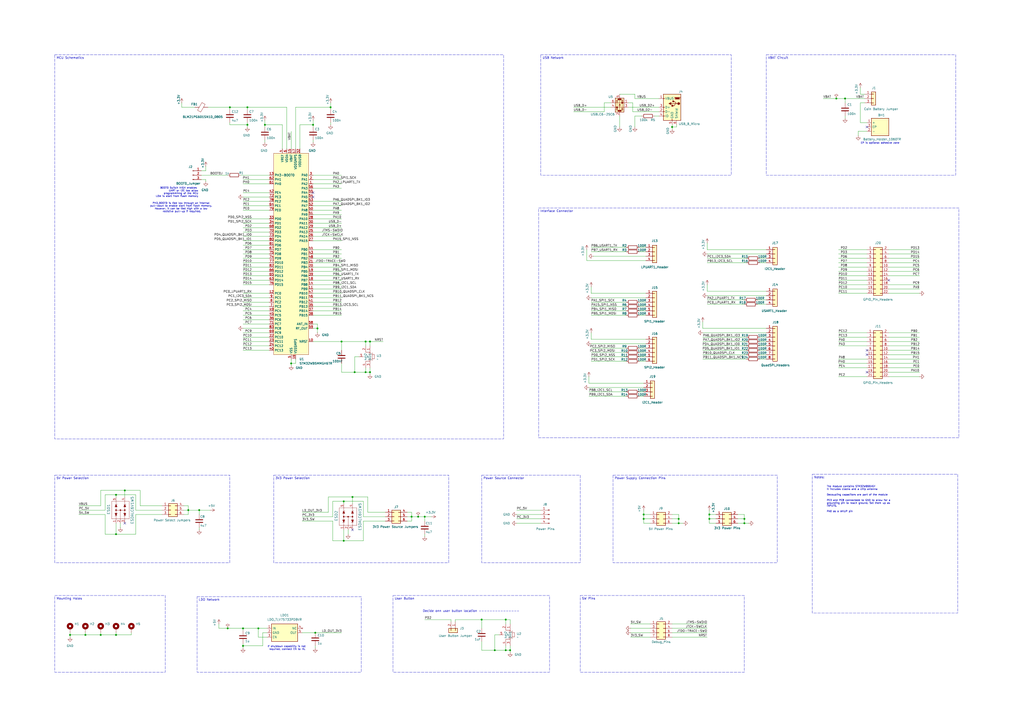
<source format=kicad_sch>
(kicad_sch (version 20231120) (generator "eeschema") (generator_version "8.0")
  (paper "A2")
  (junction (at 373.38 298.45))
  (junction (at 431.8 300.99))
  (junction (at 115.57 295.91))
  (junction (at 133.35 62.23))
  (junction (at 279.4 359.41))
  (junction (at 393.7 303.53))
  (junction (at 212.09 198.12))
  (junction (at 184.15 190.5))
  (junction (at 109.22 295.91))
  (junction (at 132.08 364.49))
  (junction (at 389.89 73.66))
  (junction (at 72.39 284.48))
  (junction (at 411.48 298.45))
  (junction (at 242.57 299.72))
  (junction (at 40.64 368.3))
  (junction (at 143.51 62.23))
  (junction (at 149.86 364.49))
  (junction (at 212.09 215.9))
  (junction (at 287.02 377.19))
  (junction (at 214.63 215.9))
  (junction (at 485.14 57.15))
  (junction (at 411.48 300.99))
  (junction (at 191.77 62.23))
  (junction (at 140.97 374.65))
  (junction (at 168.91 210.82))
  (junction (at 182.88 367.03))
  (junction (at 373.38 300.99))
  (junction (at 204.47 288.29))
  (junction (at 67.31 287.02))
  (junction (at 199.39 290.83))
  (junction (at 58.42 368.3))
  (junction (at 181.61 72.39))
  (junction (at 293.37 359.41))
  (junction (at 214.63 198.12))
  (junction (at 431.8 303.53))
  (junction (at 67.31 368.3))
  (junction (at 49.53 368.3))
  (junction (at 205.74 215.9))
  (junction (at 295.91 377.19))
  (junction (at 246.38 299.72))
  (junction (at 393.7 300.99))
  (junction (at 238.76 299.72))
  (junction (at 140.97 364.49))
  (junction (at 143.51 72.39))
  (junction (at 199.39 313.69))
  (junction (at 198.12 198.12))
  (junction (at 490.22 57.15))
  (junction (at 67.31 309.88))
  (junction (at 153.67 72.39))
  (junction (at 293.37 377.19))
  (no_connect (at 72.39 303.53))
  (no_connect (at 502.92 215.9))
  (no_connect (at 502.92 73.66))
  (no_connect (at 515.62 162.56))
  (no_connect (at 181.61 114.3))
  (no_connect (at 502.92 205.74))
  (no_connect (at 502.92 203.2))
  (no_connect (at 204.47 307.34))
  (no_connect (at 181.61 111.76))
  (wire (pts (xy 367.03 64.77) (xy 382.27 64.77)))
  (wire (pts (xy 212.09 213.36) (xy 212.09 215.9)))
  (wire (pts (xy 427.99 298.45) (xy 431.8 298.45)))
  (wire (pts (xy 140.97 104.14) (xy 156.21 104.14)))
  (wire (pts (xy 246.38 299.72) (xy 250.19 299.72)))
  (wire (pts (xy 502.92 170.18) (xy 486.41 170.18)))
  (wire (pts (xy 364.49 62.23) (xy 382.27 62.23)))
  (wire (pts (xy 115.57 295.91) (xy 121.92 295.91)))
  (wire (pts (xy 295.91 378.46) (xy 295.91 377.19)))
  (wire (pts (xy 410.21 147.32) (xy 444.5 147.32)))
  (wire (pts (xy 140.97 149.86) (xy 156.21 149.86)))
  (wire (pts (xy 502.92 144.78) (xy 486.41 144.78)))
  (wire (pts (xy 181.61 180.34) (xy 198.12 180.34)))
  (wire (pts (xy 168.91 76.2) (xy 168.91 86.36)))
  (wire (pts (xy 410.21 165.1) (xy 410.21 168.91)))
  (wire (pts (xy 81.28 284.48) (xy 81.28 293.37)))
  (wire (pts (xy 502.92 193.04) (xy 486.41 193.04)))
  (wire (pts (xy 193.04 290.83) (xy 199.39 290.83)))
  (wire (pts (xy 279.4 359.41) (xy 293.37 359.41)))
  (wire (pts (xy 367.03 59.69) (xy 367.03 64.77)))
  (wire (pts (xy 499.11 71.12) (xy 502.92 71.12)))
  (wire (pts (xy 208.28 207.01) (xy 205.74 207.01)))
  (wire (pts (xy 373.38 303.53) (xy 373.38 300.99)))
  (wire (pts (xy 410.21 152.4) (xy 433.07 152.4)))
  (wire (pts (xy 440.69 208.28) (xy 444.5 208.28)))
  (wire (pts (xy 140.97 152.4) (xy 156.21 152.4)))
  (wire (pts (xy 210.82 299.72) (xy 223.52 299.72)))
  (wire (pts (xy 181.61 106.68) (xy 198.12 106.68)))
  (wire (pts (xy 181.61 116.84) (xy 198.12 116.84)))
  (wire (pts (xy 214.63 213.36) (xy 214.63 215.9)))
  (wire (pts (xy 342.9 204.47) (xy 363.22 204.47)))
  (wire (pts (xy 115.57 295.91) (xy 115.57 298.45)))
  (wire (pts (xy 139.7 101.6) (xy 156.21 101.6)))
  (wire (pts (xy 373.38 300.99) (xy 377.19 300.99)))
  (wire (pts (xy 181.61 187.96) (xy 184.15 187.96)))
  (wire (pts (xy 411.48 303.53) (xy 411.48 300.99)))
  (wire (pts (xy 407.67 208.28) (xy 433.07 208.28)))
  (wire (pts (xy 407.67 193.04) (xy 444.5 193.04)))
  (wire (pts (xy 411.48 298.45) (xy 411.48 295.91)))
  (wire (pts (xy 127 361.95) (xy 127 364.49)))
  (wire (pts (xy 427.99 300.99) (xy 431.8 300.99)))
  (wire (pts (xy 502.92 149.86) (xy 486.41 149.86)))
  (wire (pts (xy 407.67 200.66) (xy 433.07 200.66)))
  (wire (pts (xy 140.97 134.62) (xy 156.21 134.62)))
  (wire (pts (xy 373.38 222.25) (xy 341.63 222.25)))
  (wire (pts (xy 140.97 129.54) (xy 156.21 129.54)))
  (wire (pts (xy 213.36 288.29) (xy 213.36 297.18)))
  (wire (pts (xy 410.21 140.97) (xy 410.21 144.78)))
  (wire (pts (xy 78.74 309.88) (xy 78.74 298.45)))
  (wire (pts (xy 40.64 367.03) (xy 40.64 368.3)))
  (wire (pts (xy 515.62 157.48) (xy 533.4 157.48)))
  (wire (pts (xy 67.31 368.3) (xy 58.42 368.3)))
  (wire (pts (xy 152.4 374.65) (xy 140.97 374.65)))
  (wire (pts (xy 106.68 293.37) (xy 109.22 293.37)))
  (wire (pts (xy 502.92 167.64) (xy 486.41 167.64)))
  (wire (pts (xy 389.89 361.95) (xy 410.21 361.95)))
  (wire (pts (xy 140.97 132.08) (xy 156.21 132.08)))
  (wire (pts (xy 181.61 147.32) (xy 198.12 147.32)))
  (wire (pts (xy 105.41 62.23) (xy 105.41 59.69)))
  (wire (pts (xy 373.38 298.45) (xy 377.19 298.45)))
  (wire (pts (xy 515.62 210.82) (xy 533.4 210.82)))
  (wire (pts (xy 363.22 209.55) (xy 342.9 209.55)))
  (wire (pts (xy 140.97 111.76) (xy 156.21 111.76)))
  (wire (pts (xy 373.38 227.33) (xy 370.84 227.33)))
  (wire (pts (xy 210.82 290.83) (xy 210.82 299.72)))
  (wire (pts (xy 45.72 298.45) (xy 60.96 298.45)))
  (wire (pts (xy 431.8 300.99) (xy 431.8 298.45)))
  (wire (pts (xy 515.62 165.1) (xy 533.4 165.1)))
  (wire (pts (xy 515.62 203.2) (xy 533.4 203.2)))
  (wire (pts (xy 49.53 367.03) (xy 49.53 368.3)))
  (wire (pts (xy 370.84 204.47) (xy 374.65 204.47)))
  (wire (pts (xy 342.9 177.8) (xy 363.22 177.8)))
  (wire (pts (xy 67.31 303.53) (xy 67.31 309.88)))
  (wire (pts (xy 67.31 367.03) (xy 67.31 368.3)))
  (wire (pts (xy 109.22 298.45) (xy 109.22 295.91)))
  (wire (pts (xy 246.38 359.41) (xy 261.62 359.41)))
  (wire (pts (xy 140.97 193.04) (xy 156.21 193.04)))
  (wire (pts (xy 133.35 62.23) (xy 143.51 62.23)))
  (wire (pts (xy 499.11 54.61) (xy 499.11 50.8)))
  (wire (pts (xy 359.41 54.61) (xy 368.3 54.61)))
  (wire (pts (xy 410.21 149.86) (xy 433.07 149.86)))
  (wire (pts (xy 168.91 210.82) (xy 168.91 212.09)))
  (wire (pts (xy 143.51 71.12) (xy 143.51 72.39)))
  (wire (pts (xy 181.61 172.72) (xy 198.12 172.72)))
  (wire (pts (xy 153.67 72.39) (xy 163.83 72.39)))
  (wire (pts (xy 515.62 152.4) (xy 533.4 152.4)))
  (wire (pts (xy 374.65 207.01) (xy 370.84 207.01)))
  (wire (pts (xy 490.22 67.31) (xy 490.22 68.58)))
  (wire (pts (xy 363.22 143.51) (xy 342.9 143.51)))
  (wire (pts (xy 106.68 298.45) (xy 109.22 298.45)))
  (wire (pts (xy 379.73 67.31) (xy 382.27 67.31)))
  (wire (pts (xy 389.89 369.57) (xy 410.21 369.57)))
  (wire (pts (xy 350.52 64.77) (xy 332.74 64.77)))
  (wire (pts (xy 374.65 196.85) (xy 342.9 196.85)))
  (wire (pts (xy 502.92 218.44) (xy 486.41 218.44)))
  (wire (pts (xy 502.92 198.12) (xy 486.41 198.12)))
  (wire (pts (xy 78.74 298.45) (xy 93.98 298.45)))
  (wire (pts (xy 154.94 369.57) (xy 149.86 369.57)))
  (wire (pts (xy 502.92 162.56) (xy 486.41 162.56)))
  (wire (pts (xy 427.99 303.53) (xy 431.8 303.53)))
  (wire (pts (xy 213.36 297.18) (xy 223.52 297.18)))
  (wire (pts (xy 132.08 364.49) (xy 140.97 364.49)))
  (wire (pts (xy 502.92 208.28) (xy 486.41 208.28)))
  (wire (pts (xy 184.15 187.96) (xy 184.15 190.5)))
  (wire (pts (xy 60.96 287.02) (xy 67.31 287.02)))
  (wire (pts (xy 434.34 303.53) (xy 431.8 303.53)))
  (wire (pts (xy 407.67 195.58) (xy 433.07 195.58)))
  (wire (pts (xy 299.72 295.91) (xy 313.69 295.91)))
  (wire (pts (xy 515.62 205.74) (xy 533.4 205.74)))
  (wire (pts (xy 191.77 62.23) (xy 191.77 59.69)))
  (wire (pts (xy 181.61 104.14) (xy 198.12 104.14)))
  (wire (pts (xy 182.88 367.03) (xy 198.12 367.03)))
  (wire (pts (xy 166.37 62.23) (xy 166.37 86.36)))
  (wire (pts (xy 81.28 293.37) (xy 93.98 293.37)))
  (wire (pts (xy 396.24 303.53) (xy 393.7 303.53)))
  (wire (pts (xy 370.84 177.8) (xy 374.65 177.8)))
  (wire (pts (xy 515.62 213.36) (xy 533.4 213.36)))
  (wire (pts (xy 515.62 215.9) (xy 533.4 215.9)))
  (wire (pts (xy 410.21 168.91) (xy 444.5 168.91)))
  (wire (pts (xy 340.36 151.13) (xy 340.36 144.78)))
  (wire (pts (xy 45.72 295.91) (xy 60.96 295.91)))
  (wire (pts (xy 236.22 297.18) (xy 238.76 297.18)))
  (wire (pts (xy 173.99 72.39) (xy 173.99 86.36)))
  (wire (pts (xy 181.61 132.08) (xy 198.12 132.08)))
  (wire (pts (xy 140.97 162.56) (xy 156.21 162.56)))
  (wire (pts (xy 246.38 299.72) (xy 246.38 302.26)))
  (wire (pts (xy 374.65 180.34) (xy 370.84 180.34)))
  (wire (pts (xy 193.04 299.72) (xy 193.04 290.83)))
  (wire (pts (xy 140.97 139.7) (xy 156.21 139.7)))
  (wire (pts (xy 60.96 298.45) (xy 60.96 309.88)))
  (wire (pts (xy 289.56 368.3) (xy 287.02 368.3)))
  (wire (pts (xy 264.16 359.41) (xy 279.4 359.41)))
  (wire (pts (xy 163.83 72.39) (xy 163.83 86.36)))
  (wire (pts (xy 407.67 205.74) (xy 433.07 205.74)))
  (wire (pts (xy 502.92 213.36) (xy 486.41 213.36)))
  (wire (pts (xy 374.65 209.55) (xy 370.84 209.55)))
  (wire (pts (xy 140.97 364.49) (xy 149.86 364.49)))
  (wire (pts (xy 109.22 293.37) (xy 109.22 295.91)))
  (wire (pts (xy 154.94 367.03) (xy 152.4 367.03)))
  (wire (pts (xy 58.42 367.03) (xy 58.42 368.3)))
  (wire (pts (xy 204.47 288.29) (xy 204.47 292.1)))
  (wire (pts (xy 407.67 186.69) (xy 407.67 190.5)))
  (wire (pts (xy 181.61 119.38) (xy 198.12 119.38)))
  (wire (pts (xy 140.97 172.72) (xy 156.21 172.72)))
  (wire (pts (xy 140.97 190.5) (xy 156.21 190.5)))
  (wire (pts (xy 389.89 300.99) (xy 393.7 300.99)))
  (wire (pts (xy 440.69 195.58) (xy 444.5 195.58)))
  (wire (pts (xy 364.49 59.69) (xy 367.03 59.69)))
  (wire (pts (xy 175.26 302.26) (xy 193.04 302.26)))
  (wire (pts (xy 45.72 293.37) (xy 58.42 293.37)))
  (wire (pts (xy 502.92 152.4) (xy 486.41 152.4)))
  (wire (pts (xy 389.89 72.39) (xy 389.89 73.66)))
  (wire (pts (xy 58.42 293.37) (xy 58.42 284.48)))
  (wire (pts (xy 181.61 198.12) (xy 198.12 198.12)))
  (wire (pts (xy 363.22 146.05) (xy 342.9 146.05)))
  (wire (pts (xy 49.53 368.3) (xy 40.64 368.3)))
  (wire (pts (xy 407.67 198.12) (xy 433.07 198.12)))
  (wire (pts (xy 140.97 182.88) (xy 156.21 182.88)))
  (wire (pts (xy 368.3 57.15) (xy 382.27 57.15)))
  (wire (pts (xy 181.61 101.6) (xy 198.12 101.6)))
  (wire (pts (xy 392.43 72.39) (xy 392.43 73.66)))
  (wire (pts (xy 119.38 96.52) (xy 119.38 99.06)))
  (wire (pts (xy 181.61 81.28) (xy 181.61 82.55)))
  (wire (pts (xy 515.62 208.28) (xy 533.4 208.28)))
  (wire (pts (xy 242.57 299.72) (xy 246.38 299.72)))
  (wire (pts (xy 515.62 154.94) (xy 533.4 154.94)))
  (wire (pts (xy 199.39 290.83) (xy 199.39 292.1)))
  (wire (pts (xy 149.86 364.49) (xy 154.94 364.49)))
  (wire (pts (xy 58.42 368.3) (xy 49.53 368.3)))
  (wire (pts (xy 140.97 170.18) (xy 156.21 170.18)))
  (wire (pts (xy 515.62 200.66) (xy 533.4 200.66)))
  (wire (pts (xy 342.9 166.37) (xy 342.9 170.18)))
  (wire (pts (xy 410.21 173.99) (xy 431.8 173.99)))
  (wire (pts (xy 340.36 151.13) (xy 374.65 151.13)))
  (wire (pts (xy 415.29 303.53) (xy 411.48 303.53)))
  (wire (pts (xy 181.61 121.92) (xy 198.12 121.92)))
  (wire (pts (xy 205.74 215.9) (xy 212.09 215.9)))
  (wire (pts (xy 168.91 208.28) (xy 168.91 210.82)))
  (wire (pts (xy 293.37 359.41) (xy 293.37 361.95)))
  (wire (pts (xy 140.97 364.49) (xy 140.97 365.76)))
  (wire (pts (xy 363.22 180.34) (xy 342.9 180.34)))
  (wire (pts (xy 295.91 359.41) (xy 295.91 361.95)))
  (wire (pts (xy 214.63 198.12) (xy 212.09 198.12)))
  (wire (pts (xy 193.04 313.69) (xy 199.39 313.69)))
  (wire (pts (xy 58.42 284.48) (xy 72.39 284.48)))
  (wire (pts (xy 499.11 54.61) (xy 501.65 54.61)))
  (wire (pts (xy 191.77 62.23) (xy 191.77 63.5)))
  (wire (pts (xy 120.65 62.23) (xy 133.35 62.23)))
  (wire (pts (xy 181.61 144.78) (xy 198.12 144.78)))
  (wire (pts (xy 293.37 377.19) (xy 295.91 377.19)))
  (wire (pts (xy 299.72 300.99) (xy 313.69 300.99)))
  (wire (pts (xy 287.02 377.19) (xy 293.37 377.19)))
  (wire (pts (xy 140.97 116.84) (xy 156.21 116.84)))
  (wire (pts (xy 140.97 374.65) (xy 140.97 375.92)))
  (wire (pts (xy 393.7 300.99) (xy 393.7 298.45)))
  (wire (pts (xy 171.45 62.23) (xy 171.45 86.36)))
  (wire (pts (xy 238.76 302.26) (xy 238.76 299.72)))
  (wire (pts (xy 190.5 288.29) (xy 204.47 288.29)))
  (wire (pts (xy 214.63 198.12) (xy 214.63 200.66)))
  (wire (pts (xy 181.61 109.22) (xy 198.12 109.22)))
  (wire (pts (xy 212.09 198.12) (xy 212.09 200.66)))
  (wire (pts (xy 181.61 129.54) (xy 198.12 129.54)))
  (wire (pts (xy 181.61 127) (xy 198.12 127)))
  (wire (pts (xy 116.84 99.06) (xy 119.38 99.06)))
  (wire (pts (xy 140.97 160.02) (xy 156.21 160.02)))
  (wire (pts (xy 502.92 154.94) (xy 486.41 154.94)))
  (wire (pts (xy 389.89 364.49) (xy 410.21 364.49)))
  (wire (pts (xy 78.74 295.91) (xy 93.98 295.91)))
  (wire (pts (xy 499.11 59.69) (xy 499.11 71.12)))
  (wire (pts (xy 40.64 368.3) (xy 40.64 369.57)))
  (wire (pts (xy 181.61 175.26) (xy 198.12 175.26)))
  (wire (pts (xy 181.61 162.56) (xy 198.12 162.56)))
  (wire (pts (xy 377.19 303.53) (xy 373.38 303.53)))
  (wire (pts (xy 181.61 149.86) (xy 198.12 149.86)))
  (wire (pts (xy 181.61 157.48) (xy 198.12 157.48)))
  (wire (pts (xy 389.89 367.03) (xy 410.21 367.03)))
  (wire (pts (xy 502.92 200.66) (xy 486.41 200.66)))
  (wire (pts (xy 153.67 69.85) (xy 153.67 72.39)))
  (wire (pts (xy 365.76 361.95) (xy 377.19 361.95)))
  (wire (pts (xy 344.17 148.59) (xy 374.65 148.59)))
  (wire (pts (xy 199.39 313.69) (xy 210.82 313.69)))
  (wire (pts (xy 67.31 368.3) (xy 76.2 368.3)))
  (wire (pts (xy 411.48 300.99) (xy 415.29 300.99)))
  (wire (pts (xy 410.21 144.78) (xy 444.5 144.78)))
  (wire (pts (xy 502.92 165.1) (xy 486.41 165.1)))
  (wire (pts (xy 153.67 81.28) (xy 153.67 82.55)))
  (wire (pts (xy 350.52 64.77) (xy 350.52 59.69)))
  (wire (pts (xy 181.61 165.1) (xy 198.12 165.1)))
  (wire (pts (xy 389.89 298.45) (xy 393.7 298.45)))
  (wire (pts (xy 199.39 290.83) (xy 210.82 290.83)))
  (wire (pts (xy 181.61 134.62) (xy 198.12 134.62)))
  (wire (pts (xy 109.22 295.91) (xy 115.57 295.91)))
  (wire (pts (xy 140.97 198.12) (xy 156.21 198.12)))
  (wire (pts (xy 410.21 171.45) (xy 444.5 171.45)))
  (wire (pts (xy 365.76 364.49) (xy 377.19 364.49)))
  (wire (pts (xy 515.62 144.78) (xy 533.4 144.78)))
  (wire (pts (xy 365.76 367.03) (xy 377.19 367.03)))
  (wire (pts (xy 372.11 67.31) (xy 368.3 67.31)))
  (wire (pts (xy 140.97 185.42) (xy 156.21 185.42)))
  (wire (pts (xy 485.14 57.15) (xy 490.22 57.15)))
  (wire (pts (xy 210.82 302.26) (xy 223.52 302.26)))
  (wire (pts (xy 175.26 367.03) (xy 182.88 367.03)))
  (wire (pts (xy 67.31 287.02) (xy 67.31 288.29)))
  (wire (pts (xy 374.65 182.88) (xy 370.84 182.88)))
  (wire (pts (xy 264.16 359.41) (xy 264.16 360.68)))
  (wire (pts (xy 140.97 180.34) (xy 156.21 180.34)))
  (wire (pts (xy 181.61 72.39) (xy 181.61 73.66)))
  (wire (pts (xy 171.45 62.23) (xy 191.77 62.23)))
  (wire (pts (xy 143.51 62.23) (xy 143.51 63.5)))
  (wire (pts (xy 368.3 54.61) (xy 368.3 57.15)))
  (wire (pts (xy 368.3 67.31) (xy 368.3 73.66)))
  (wire (pts (xy 374.65 201.93) (xy 370.84 201.93)))
  (wire (pts (xy 279.4 359.41) (xy 279.4 364.49)))
  (wire (pts (xy 502.92 210.82) (xy 486.41 210.82)))
  (wire (pts (xy 373.38 229.87) (xy 370.84 229.87)))
  (wire (pts (xy 341.63 218.44) (xy 341.63 222.25)))
  (wire (pts (xy 181.61 154.94) (xy 198.12 154.94)))
  (wire (pts (xy 67.31 309.88) (xy 78.74 309.88)))
  (wire (pts (xy 181.61 72.39) (xy 181.61 69.85)))
  (wire (pts (xy 198.12 198.12) (xy 198.12 203.2)))
  (wire (pts (xy 116.84 101.6) (xy 132.08 101.6)))
  (wire (pts (xy 515.62 170.18) (xy 533.4 170.18)))
  (wire (pts (xy 181.61 167.64) (xy 198.12 167.64)))
  (wire (pts (xy 393.7 303.53) (xy 393.7 300.99)))
  (wire (pts (xy 411.48 300.99) (xy 411.48 298.45)))
  (wire (pts (xy 140.97 144.78) (xy 156.21 144.78)))
  (wire (pts (xy 501.65 59.69) (xy 499.11 59.69)))
  (wire (pts (xy 363.22 201.93) (xy 342.9 201.93)))
  (wire (pts (xy 205.74 207.01) (xy 205.74 215.9)))
  (wire (pts (xy 140.97 137.16) (xy 156.21 137.16)))
  (wire (pts (xy 440.69 149.86) (xy 444.5 149.86)))
  (wire (pts (xy 140.97 157.48) (xy 156.21 157.48)))
  (wire (pts (xy 502.92 160.02) (xy 486.41 160.02)))
  (wire (pts (xy 175.26 299.72) (xy 193.04 299.72)))
  (wire (pts (xy 212.09 198.12) (xy 198.12 198.12)))
  (wire (pts (xy 140.97 142.24) (xy 156.21 142.24)))
  (wire (pts (xy 181.61 190.5) (xy 184.15 190.5)))
  (wire (pts (xy 106.68 295.91) (xy 109.22 295.91)))
  (wire (pts (xy 199.39 307.34) (xy 199.39 313.69)))
  (wire (pts (xy 299.72 303.53) (xy 313.69 303.53)))
  (wire (pts (xy 515.62 147.32) (xy 533.4 147.32)))
  (wire (pts (xy 374.65 146.05) (xy 370.84 146.05)))
  (wire (pts (xy 374.65 172.72) (xy 342.9 172.72)))
  (wire (pts (xy 515.62 167.64) (xy 533.4 167.64)))
  (wire (pts (xy 299.72 298.45) (xy 313.69 298.45)))
  (wire (pts (xy 365.76 369.57) (xy 377.19 369.57)))
  (wire (pts (xy 140.97 106.68) (xy 156.21 106.68)))
  (wire (pts (xy 76.2 367.03) (xy 76.2 368.3)))
  (wire (pts (xy 140.97 175.26) (xy 156.21 175.26)))
  (wire (pts (xy 342.9 193.04) (xy 342.9 196.85)))
  (wire (pts (xy 133.35 71.12) (xy 133.35 72.39)))
  (wire (pts (xy 236.22 302.26) (xy 238.76 302.26)))
  (wire (pts (xy 212.09 215.9) (xy 214.63 215.9)))
  (wire (pts (xy 439.42 176.53) (xy 444.5 176.53)))
  (wire (pts (xy 363.22 182.88) (xy 342.9 182.88)))
  (wire (pts (xy 78.74 287.02) (xy 78.74 295.91)))
  (wire (pts (xy 60.96 309.88) (xy 67.31 309.88)))
  (wire (pts (xy 166.37 62.23) (xy 143.51 62.23)))
  (wire (pts (xy 171.45 210.82) (xy 168.91 210.82)))
  (wire (pts (xy 373.38 224.79) (xy 341.63 224.79)))
  (wire (pts (xy 201.93 307.34) (xy 201.93 309.88)))
  (wire (pts (xy 293.37 359.41) (xy 295.91 359.41)))
  (wire (pts (xy 140.97 114.3) (xy 156.21 114.3)))
  (wire (pts (xy 295.91 374.65) (xy 295.91 377.19)))
  (wire (pts (xy 140.97 200.66) (xy 156.21 200.66)))
  (wire (pts (xy 204.47 288.29) (xy 213.36 288.29)))
  (wire (pts (xy 363.22 175.26) (xy 342.9 175.26)))
  (wire (pts (xy 431.8 303.53) (xy 431.8 300.99)))
  (wire (pts (xy 210.82 313.69) (xy 210.82 302.26)))
  (wire (pts (xy 140.97 165.1) (xy 156.21 165.1)))
  (wire (pts (xy 279.4 372.11) (xy 279.4 377.19)))
  (wire (pts (xy 502.92 76.2) (xy 497.84 76.2)))
  (wire (pts (xy 490.22 57.15) (xy 490.22 59.69)))
  (wire (pts (xy 502.92 195.58) (xy 486.41 195.58)))
  (wire (pts (xy 238.76 299.72) (xy 242.57 299.72)))
  (wire (pts (xy 140.97 177.8) (xy 156.21 177.8)))
  (wire (pts (xy 181.61 137.16) (xy 198.12 137.16)))
  (wire (pts (xy 69.85 303.53) (xy 69.85 306.07)))
  (wire (pts (xy 60.96 295.91) (xy 60.96 287.02)))
  (wire (pts (xy 515.62 198.12) (xy 533.4 198.12)))
  (wire (pts (xy 181.61 160.02) (xy 198.12 160.02)))
  (wire (pts (xy 407.67 203.2) (xy 433.07 203.2)))
  (wire (pts (xy 175.26 297.18) (xy 190.5 297.18)))
  (wire (pts (xy 119.38 104.14) (xy 119.38 105.41)))
  (wire (pts (xy 440.69 198.12) (xy 444.5 198.12)))
  (wire (pts (xy 515.62 160.02) (xy 533.4 160.02)))
  (wire (pts (xy 261.62 360.68) (xy 261.62 359.41)))
  (wire (pts (xy 72.39 284.48) (xy 81.28 284.48)))
  (wire (pts (xy 113.03 62.23) (xy 105.41 62.23)))
  (wire (pts (xy 293.37 374.65) (xy 293.37 377.19)))
  (wire (pts (xy 222.25 198.12) (xy 214.63 198.12)))
  (wire (pts (xy 214.63 217.17) (xy 214.63 215.9)))
  (wire (pts (xy 140.97 147.32) (xy 156.21 147.32)))
  (wire (pts (xy 140.97 203.2) (xy 156.21 203.2)))
  (wire (pts (xy 374.65 170.18) (xy 342.9 170.18)))
  (wire (pts (xy 279.4 377.19) (xy 287.02 377.19)))
  (wire (pts (xy 363.22 227.33) (xy 341.63 227.33)))
  (wire (pts (xy 140.97 373.38) (xy 140.97 374.65)))
  (wire (pts (xy 515.62 149.86) (xy 533.4 149.86)))
  (wire (pts (xy 72.39 284.48) (xy 72.39 288.29)))
  (wire (pts (xy 515.62 195.58) (xy 533.4 195.58)))
  (wire (pts (xy 140.97 127) (xy 156.21 127)))
  (wire (pts (xy 198.12 210.82) (xy 198.12 215.9)))
  (wire (pts (xy 152.4 367.03) (xy 152.4 374.65)))
  (wire (pts (xy 477.52 57.15) (xy 485.14 57.15)))
  (wire (pts (xy 238.76 297.18) (xy 238.76 299.72)))
  (wire (pts (xy 359.41 67.31) (xy 359.41 73.66)))
  (wire (pts (xy 502.92 157.48) (xy 486.41 157.48)))
  (wire (pts (xy 181.61 182.88) (xy 198.12 182.88)))
  (wire (pts (xy 140.97 154.94) (xy 156.21 154.94)))
  (wire (pts (xy 389.89 73.66) (xy 389.89 74.93)))
  (wire (pts (xy 149.86 369.57) (xy 149.86 364.49)))
  (wire (pts (xy 173.99 72.39) (xy 181.61 72.39)))
  (wire (pts (xy 287.02 368.3) (xy 287.02 377.19)))
  (wire (pts (xy 411.48 298.45) (xy 415.29 298.45)))
  (wire (pts (xy 171.45 208.28) (xy 171.45 210.82)))
  (wire (pts (xy 67.31 287.02) (xy 78.74 287.02)))
  (wire (pts (xy 246.38 309.88) (xy 246.38 311.15)))
  (wire (pts (xy 332.74 62.23) (xy 354.33 62.23)))
  (wire (pts (xy 374.65 175.26) (xy 370.84 175.26)))
  (wire (pts (xy 181.61 152.4) (xy 198.12 152.4)))
  (wire (pts (xy 140.97 119.38) (xy 156.21 119.38)))
  (wire (pts (xy 350.52 59.69) (xy 354.33 59.69)))
  (wire (pts (xy 133.35 72.39) (xy 143.51 72.39)))
  (wire (pts (xy 140.97 195.58) (xy 156.21 195.58)))
  (wire (pts (xy 181.61 124.46) (xy 198.12 124.46)))
  (wire (pts (xy 143.51 73.66) (xy 143.51 72.39)))
  (wire (pts (xy 116.84 104.14) (xy 119.38 104.14)))
  (wire (pts (xy 502.92 147.32) (xy 486.41 147.32)))
  (wire (pts (xy 407.67 190.5) (xy 444.5 190.5)))
  (wire (pts (xy 182.88 374.65) (xy 182.88 375.92)))
  (wire (pts (xy 515.62 218.44) (xy 533.4 218.44)))
  (wire (pts (xy 115.57 306.07) (xy 115.57 307.34)))
  (wire (pts (xy 439.42 173.99) (xy 444.5 173.99)))
  (wire (pts (xy 127 364.49) (xy 132.08 364.49)))
  (wire (pts (xy 373.38 298.45) (xy 373.38 295.91)))
  (wire (pts (xy 373.38 300.99) (xy 373.38 298.45)))
  (wire (pts (xy 363.22 229.87) (xy 341.63 229.87)))
  (wire (pts (xy 490.22 57.15) (xy 501.65 57.15)))
  (wire (pts (xy 190.5 297.18) (xy 190.5 288.29)))
  (wire (pts (xy 440.69 205.74) (xy 444.5 205.74)))
  (wire (pts (xy 374.65 143.51) (xy 370.84 143.51)))
  (wire (pts (xy 140.97 121.92) (xy 156.21 121.92)))
  (wire (pts (xy 440.69 200.66) (xy 444.5 200.66)))
  (wire (pts (xy 410.21 176.53) (xy 431.8 176.53)))
  (wire (pts (xy 193.04 302.26) (xy 193.04 313.69)))
  (wire (pts (xy 515.62 193.04) (xy 533.4 193.04)))
  (wire (pts (xy 181.61 170.18) (xy 198.12 170.18)))
  (wire (pts (xy 181.61 139.7) (xy 198.12 139.7)))
  (wire (pts (xy 191.77 71.12) (xy 191.77 72.39)))
  (wire (pts (xy 236.22 299.72) (xy 238.76 299.72)))
  (wire (pts (xy 497.84 76.2) (xy 497.84 78.74)))
  (wire (pts (xy 374.65 199.39) (xy 342.9 199.39)))
  (wire (pts (xy 392.43 73.66) (xy 389.89 73.66)))
  (wire (pts (xy 363.22 207.01) (xy 342.9 207.01)))
  (wire (pts (xy 440.69 152.4) (xy 444.5 152.4)))
  (wire (pts (xy 181.61 177.8) (xy 198.12 177.8)))
  (wire (pts (xy 153.67 72.39) (xy 153.67 73.66)))
  (wire (pts (xy 133.35 62.23) (xy 133.35 63.5)))
  (wire (pts (xy 140.97 187.96) (xy 156.21 187.96)))
  (wire (pts (xy 440.69 203.2) (xy 444.5 203.2)))
  (wire (pts (xy 184.15 190.5) (xy 184.15 193.04)))
  (wire (pts (xy 389.89 303.53) (xy 393.7 303.53)))
  (wire (pts (xy 198.12 215.9) (xy 205.74 215.9)))
  (text_box "Power Supply Connection Pins" (at 355.6 275.59 0) (size 95.25 50.8) (stroke (width 0) (type dash)) (effects (font (size 1.27 1.27)) (justify left top)))
  (text_box "Power Source Connector\n\n" (at 279.4 275.59 0) (size 57.15 50.8) (stroke (width 0) (type dash)) (effects (font (size 1.27 1.27)) (justify left top)))
  (text_box "3V3 Power Selection" (at 158.75 275.59 0) (size 101.6 50.8) (stroke (width 0) (type dash)) (effects (font (size 1.27 1.27)) (justify left top)))
  (text_box "VBAT Circuit" (at 444.5 31.75 0) (size 109.855 69.85) (stroke (width 0) (type dash)) (effects (font (size 1.27 1.27)) (justify left top)))
  (text_box "Notes:" (at 471.17 275.082 0) (size 84.455 80.518) (stroke (width 0) (type dash)) (effects (font (size 1.27 1.27)) (justify left top)))
  (text_box "Interface Connector\n" (at 312.42 120.65 0) (size 243.84 133.35) (stroke (width 0) (type dash)) (effects (font (size 1.27 1.27)) (justify left top)))
  (text_box "User Button" (at 227.965 345.44 0) (size 90.805 44.45) (stroke (width 0) (type dash)) (effects (font (size 1.27 1.27)) (justify left top)))
  (text_box "SW Pins" (at 336.55 345.44 0) (size 95.25 44.45) (stroke (width 0) (type dash)) (effects (font (size 1.27 1.27)) (justify left top)))
  (text_box "5V Power Selection" (at 31.75 275.59 0) (size 101.6 50.8) (stroke (width 0) (type dash)) (effects (font (size 1.27 1.27)) (justify left top)))
  (text_box "MCU Schematics" (at 31.75 31.75 0) (size 260.35 222.885) (stroke (width 0) (type dash)) (effects (font (size 1.27 1.27)) (justify left top)))
  (text_box "Mounting Holes" (at 31.75 345.44 0) (size 64.135 44.45) (stroke (width 0) (type dash)) (effects (font (size 1.27 1.27)) (justify left top)))
  (text_box "LDO Network" (at 114.3 346.075 0) (size 95.25 43.815) (stroke (width 0) (type dash)) (effects (font (size 1.27 1.27)) (justify left top)))
  (text_box "USB Network" (at 313.69 31.75 0) (size 110.49 69.85) (stroke (width 0) (type dash)) (effects (font (size 1.27 1.27)) (justify left top)))
  (text "Decide onn user button location ---------------" (at 273.304 354.584 0) (effects (font (size 1.27 1.27))))
  (text "EP is optional adhesive zone" (at 510.54 83.058 0) (effects (font (size 1 1))))
  (text "BOOT0 Switch HIGH enables \nUART or I2C too allow\nprogramminng of the MCU\nLOW is start from flash memory" (at 115.062 114.554 0) (effects (font (size 1 1)) (justify right bottom)))
  (text "If shutdown capability is not \nrequired, connect EN to IN." (at 166.624 375.92 0) (effects (font (size 1 1))))
  (text "PH3_BOOT0 is tied low through an internal \npull-down to enable start from flash memory. \nHowever, it can be tied high with a low \nresistive pull-up if required." (at 105.41 120.396 0) (effects (font (size 1 1))))
  (text "The module contains STM32WB55VGY\nIt includes clocks and a chip antenna\n\nDecoupling capacitors are part of the module\n\nPE3 and PC8 connectedd to GND to allow for a\ngrounding pin to reach ground. Set them up as\nINPUTS.\n\nPA0 as a WKUP pin" (at 479.552 289.56 0) (effects (font (size 1 1)) (justify left)))
  (label "PA10" (at 193.04 127 0))
  (label "PC4" (at 533.4 152.4 180))
  (label "PD0_SPI2_NSS" (at 146.05 127 180))
  (label "PC1_I2C3_SDA" (at 410.21 149.86 0))
  (label "PB2" (at 193.04 149.86 0))
  (label "JTDO-TRACE-SWO" (at 182.88 152.4 0))
  (label "PD3" (at 146.05 134.62 180))
  (label "PC_5V" (at 45.72 295.91 0))
  (label "PB10_QUADSPI_CLK" (at 407.67 205.74 0))
  (label "JTDO-TRACE-SWO" (at 410.21 367.03 180))
  (label "PD1_SPI2_SCK" (at 146.05 129.54 180))
  (label "PB12" (at 528.32 200.66 0))
  (label "PD11" (at 491.49 162.56 180))
  (label "PB12" (at 193.04 175.26 0))
  (label "PC0_LPUART1_RX" (at 410.21 176.53 0))
  (label "PC3_SPI2_MOSI" (at 356.87 204.47 180))
  (label "PE4" (at 490.22 213.36 180))
  (label "PC2_SPI2_MISO" (at 146.05 175.26 180))
  (label "PA3" (at 193.04 109.22 0))
  (label "PE1" (at 144.78 119.38 180))
  (label "PD12" (at 146.05 157.48 180))
  (label "PC4" (at 146.05 180.34 180))
  (label "PA2_LPUART1_TX" (at 193.04 106.68 0))
  (label "PD7" (at 146.05 144.78 180))
  (label "PD8" (at 491.49 154.94 180))
  (label "PB8_I2C1_SCL" (at 193.04 165.1 0))
  (label "BOOT0J" (at 121.92 101.6 0))
  (label "PB14" (at 528.32 203.2 0))
  (label "PD2" (at 146.05 132.08 180))
  (label "PD5_QUADSPI_BK1_IO1" (at 429.26 203.2 180))
  (label "PB6_USART1_TX" (at 193.04 160.02 0))
  (label "PA2_LPUART1_TX" (at 410.21 173.99 0))
  (label "PB5_SPI1_MOSI" (at 193.04 157.48 0))
  (label "PC2_SPI2_MISO" (at 356.87 201.93 180))
  (label "PC7" (at 146.05 187.96 180))
  (label "PD14" (at 146.05 162.56 180))
  (label "PC9" (at 146.05 193.04 180))
  (label "PC12" (at 491.49 193.04 180))
  (label "PC7" (at 533.4 160.02 180))
  (label "PE0" (at 533.4 213.36 180))
  (label "PC12" (at 146.05 200.66 180))
  (label "PC11" (at 146.05 198.12 180))
  (label "PH1" (at 144.78 104.14 180))
  (label "PB2" (at 528.32 198.12 0))
  (label "PE4" (at 144.78 111.76 180))
  (label "PB1" (at 528.32 195.58 0))
  (label "PB0" (at 193.04 144.78 0))
  (label "LD_OUT_3V3" (at 175.26 297.18 0))
  (label "PA1_SPI1_SCK" (at 193.04 104.14 0))
  (label "JTCK-SWCLK" (at 186.69 137.16 0))
  (label "PC1_I2C3_SDA" (at 146.05 172.72 180))
  (label "PD10" (at 146.05 152.4 180))
  (label "PD13" (at 533.4 144.78 180))
  (label "USB_D+" (at 332.74 62.23 0))
  (label "PH0" (at 144.78 106.68 180))
  (label "PH1" (at 533.4 208.28 180))
  (label "VBAT" (at 477.52 57.15 0))
  (label "PC5" (at 146.05 182.88 180))
  (label "PD9" (at 146.05 149.86 180))
  (label "PC6" (at 533.4 157.48 180))
  (label "JTCK-SWCLK" (at 410.21 364.49 180))
  (label "PA9" (at 193.04 124.46 0))
  (label "PD15" (at 146.05 165.1 180))
  (label "PD4_QUADSPI_BK1_IO0" (at 429.26 200.66 180))
  (label "PD4_QUADSPI_BK1_IO0" (at 146.05 137.16 180))
  (label "PB9_I2C1_SDA" (at 193.04 167.64 0))
  (label "PB14" (at 193.04 180.34 0))
  (label "NRST" (at 405.13 369.57 0))
  (label "PB4_SPI1_MISO" (at 193.04 154.94 0))
  (label "PC10" (at 491.49 167.64 180))
  (label "5V_SW" (at 45.72 298.45 0))
  (label "USB_D-" (at 190.5 129.54 0))
  (label "PA8" (at 486.41 208.28 0))
  (label "PC3_SPI2_MOSI" (at 146.05 177.8 180))
  (label "PC13" (at 491.49 195.58 180))
  (label "PD13" (at 146.05 160.02 180))
  (label "PA0" (at 193.04 101.6 0))
  (label "PD12" (at 491.49 165.1 180))
  (label "PB6_USART1_TX" (at 342.9 143.51 0))
  (label "PB8_I2C1_SCL" (at 341.63 227.33 0))
  (label "PB9_I2C1_SDA" (at 341.63 229.87 0))
  (label "PB5_SPI1_MOSI" (at 342.9 182.88 0))
  (label "PA15_SPI1_NSS" (at 342.9 177.8 0))
  (label "PA6_QUADSPI_BK1_IO3" (at 193.04 116.84 0))
  (label "PA9" (at 529.59 167.64 0))
  (label "JTMS-SWDIO" (at 410.21 361.95 180))
  (label "PH0" (at 490.22 210.82 180))
  (label "3V3_SW" (at 175.26 302.26 0))
  (label "PB0" (at 528.32 193.04 0))
  (label "USB_D+" (at 190.5 132.08 0))
  (label "PD5_QUADSPI_BK1_IO1" (at 146.05 139.7 180))
  (label "PD9" (at 491.49 157.48 180))
  (label "USB_D2+" (at 370.84 62.23 0))
  (label "PA7_QUADSPI_BK1_IO2" (at 193.04 119.38 0))
  (label "PD2" (at 491.49 144.78 180))
  (label "5V_SW" (at 365.76 361.95 0))
  (label "PC9" (at 533.4 165.1 180))
  (label "PD1_SPI2_SCK" (at 356.87 209.55 180))
  (label "PB7_USART1_RX" (at 193.04 162.56 0))
  (label "PB1" (at 193.04 147.32 0))
  (label "PD6" (at 491.49 149.86 180))
  (label "PB11_QUADSPI_BK1_NCS" (at 407.67 208.28 0))
  (label "PB13_I2C3_SCL" (at 193.04 177.8 0))
  (label "PD11" (at 146.05 154.94 180))
  (label "NRST" (at 222.25 198.12 180))
  (label "PD0_SPI2_NSS" (at 356.87 207.01 180))
  (label "VBUS" (at 45.72 293.37 0))
  (label "PA10" (at 528.32 215.9 0))
  (label "PE2" (at 490.22 218.44 180))
  (label "PB11_QUADSPI_BK1_NCS" (at 193.04 172.72 0))
  (label "PB15" (at 193.04 182.88 0))
  (label "PD2" (at 246.38 359.41 0))
  (label "PC10" (at 146.05 195.58 180))
  (label "PB15" (at 528.32 205.74 0))
  (label "PC_5V" (at 299.72 295.91 0))
  (label "USB_D2-" (at 369.57 64.77 0))
  (label "VBAT" (at 496.57 57.15 0))
  (label "PD7" (at 491.49 152.4 180))
  (label "PC_3V3" (at 175.26 299.72 0))
  (label "PB7_USART1_RX" (at 342.9 146.05 0))
  (label "PC11" (at 491.49 170.18 180))
  (label "PC6" (at 146.05 185.42 180))
  (label "PE2" (at 144.78 116.84 180))
  (label "USB_D-" (at 332.74 64.77 0))
  (label "PA3" (at 486.41 200.66 0))
  (label "PC_3V3" (at 299.72 300.99 0))
  (label "PA6_QUADSPI_BK1_IO3" (at 407.67 195.58 0))
  (label "PB10_QUADSPI_CLK" (at 193.04 170.18 0))
  (label "LD_OUT_3V3" (at 186.69 367.03 0))
  (label "PA1_SPI1_SCK" (at 342.9 175.26 0))
  (label "PC5" (at 533.4 154.94 180))
  (label "PD8" (at 146.05 147.32 180))
  (label "PC0_LPUART1_RX" (at 146.05 170.18 180))
  (label "PE0" (at 144.78 121.92 180))
  (label "PA7_QUADSPI_BK1_IO2" (at 407.67 198.12 0))
  (label "PD3" (at 491.49 147.32 180))
  (label "PC13" (at 146.05 203.2 180))
  (label "PD10" (at 491.49 160.02 180))
  (label "PD6" (at 146.05 142.24 180))
  (label "JTMS-SWDIO" (at 186.69 134.62 0))
  (label "VBUS" (at 369.57 57.15 0))
  (label "PB13_I2C3_SCL" (at 410.21 152.4 0))
  (label "PD15" (at 533.4 149.86 180))
  (label "PE1" (at 533.4 210.82 180))
  (label "PD14" (at 533.4 147.32 180))
  (label "3V3_SW" (at 365.76 369.57 0))
  (label "PA0" (at 486.41 198.12 0))
  (label "PA8" (at 193.04 121.92 0))
  (label "VBAT" (at 168.91 81.28 90))
  (label "PB4_SPI1_MISO" (at 342.9 180.34 0))
  (label "PA15_SPI1_NSS" (at 193.04 139.7 0))
  (symbol (lib_id "Device:R") (at 436.88 200.66 90) (unit 1)
    (property "Reference" "R21" (at 432.054 199.644 90))
    (property "Value" "100R" (at 442.214 199.644 90))
    (property "Footprint" "Resistor_SMD:R_0805_2012Metric_Pad1.20x1.40mm_HandSolder" (effects (hide yes)))
    (property "Description" "Resistor" (effects (hide yes)))
  )
  (symbol (lib_id "power:GND") (at 299.72 303.53 270) (unit 1)
    (property "Reference" "#PWR034" (effects (hide yes)))
    (property "Value" "GND" (at 295.91 303.5299 90) (effects (justify right)))
    (property "Description" "Power symbol creates a global label with name \"GND\" , ground" (effects (hide yes)))
  )
  (symbol (lib_id "power:+3.3V") (at 191.77 59.69 0) (unit 1)
    (property "Reference" "#PWR016" (effects (hide yes)))
    (property "Value" "+3.3V" (at 189.992 54.864 90) (effects (justify right)))
    (property "Description" "Power symbol creates a global label with name \"+3.3V\"" (effects (hide yes)))
  )
  (symbol (lib_id "power:GND") (at 214.63 217.17 0) (mirror y) (unit 1)
    (property "Reference" "#PWR07" (effects (hide yes)))
    (property "Value" "GND" (at 217.17 218.4399 0) (effects (justify right)))
    (property "Description" "Power symbol creates a global label with name \"GND\" , ground" (effects (hide yes)))
  )
  (symbol (lib_id "Device:R") (at 435.61 176.53 90) (unit 1)
    (property "Reference" "R18" (at 430.784 175.514 90))
    (property "Value" "100R" (at 440.944 175.514 90))
    (property "Footprint" "Resistor_SMD:R_0805_2012Metric_Pad1.20x1.40mm_HandSolder" (effects (hide yes)))
    (property "Description" "Resistor" (effects (hide yes)))
  )
  (symbol (lib_id "power:+5V") (at 373.38 295.91 0) (unit 1)
    (property "Reference" "#PWR035" (effects (hide yes)))
    (property "Value" "+5V" (at 370.84 295.148 90))
    (property "Description" "Power symbol creates a global label with name \"+5V\"" (effects (hide yes)))
  )
  (symbol (lib_id "Connector_Generic:Conn_02x03_Top_Bottom") (at 99.06 295.91 0) (unit 1)
    (property "Reference" "J6" (at 100.33 290.322 0))
    (property "Value" "Power Select Jumpers" (at 99.822 301.752 0))
    (property "Footprint" "Personal_Project:PinHeader_2x03_P2.54mm_Vertical_PINS" (effects (hide yes)))
    (property "Description" "Generic connector, double row, 02x03, top/bottom pin numbering scheme (row 1: 1...pins_per_row, row2: pins_per_row+1 ... num_pins), script generated (kicad-library-utils/schlib/autogen/connector/)" (effects (hide yes)))
  )
  (symbol (lib_id "Connector_Generic:Conn_01x04") (at 449.58 171.45 0) (unit 1)
    (property "Reference" "J14" (at 447.802 165.1 0) (effects (justify left)))
    (property "Value" "USART1_Header" (at 441.706 180.34 0) (effects (justify left)))
    (property "Footprint" "Connector_PinHeader_2.54mm:PinHeader_1x04_P2.54mm_Vertical" (effects (hide yes)))
    (property "Description" "Generic connector, single row, 01x04, script generated (kicad-library-utils/schlib/autogen/connector/)" (effects (hide yes)))
  )
  (symbol (lib_id "Connector_Generic:Conn_01x04") (at 449.58 147.32 0) (unit 1)
    (property "Reference" "J17" (at 447.802 140.97 0) (effects (justify left)))
    (property "Value" "I2C1_Header" (at 443.484 155.956 0) (effects (justify left)))
    (property "Footprint" "Connector_PinHeader_2.54mm:PinHeader_1x04_P2.54mm_Vertical" (effects (hide yes)))
    (property "Description" "Generic connector, single row, 01x04, script generated (kicad-library-utils/schlib/autogen/connector/)" (effects (hide yes)))
  )
  (symbol (lib_id "Device:FerriteBead") (at 116.84 62.23 90) (unit 1)
    (property "Reference" "FB1" (at 112.776 60.452 90))
    (property "Value" "BLM21PG601SN1D_0805" (at 117.602 67.818 90))
    (property "Footprint" "Capacitor_SMD:C_0805_2012Metric_Pad1.18x1.45mm_HandSolder" (effects (hide yes)))
    (property "Description" "Ferrite bead" (effects (hide yes)))
  )
  (symbol (lib_id "Personal_Projects:ESDALC6V1W5") (at 67.31 303.53 90) (unit 1)
    (property "Reference" "ESD1" (at 62.992 295.402 0) (effects (font (size 1.524 1.524))))
    (property "Value" "ESDALC6V1W5" (at 76.708 295.91 0) (effects (font (size 1.524 1.524))))
    (property "Footprint" "Personal_Project:SOT323-5L_STM-L" (effects (hide yes)))
    (property "Datasheet" "ESDALC6V1W5" (effects (hide yes)))
  )
  (symbol (lib_id "Device:R") (at 367.03 182.88 90) (unit 1)
    (property "Reference" "R8" (at 362.204 181.864 90))
    (property "Value" "100R" (at 372.364 181.864 90))
    (property "Footprint" "Resistor_SMD:R_0805_2012Metric_Pad1.20x1.40mm_HandSolder" (effects (hide yes)))
    (property "Description" "Resistor" (effects (hide yes)))
  )
  (symbol (lib_id "Device:C") (at 198.12 207.01 0) (mirror x) (unit 1)
    (property "Reference" "C5" (at 196.342 204.978 0))
    (property "Value" "100nF" (at 195.834 209.55 0))
    (property "Footprint" "Capacitor_SMD:C_0805_2012Metric_Pad1.18x1.45mm_HandSolder" (effects (hide yes)))
    (property "Description" "Unpolarized capacitor" (effects (hide yes)))
  )
  (symbol (lib_id "Connector_Generic:Conn_01x04") (at 379.73 146.05 0) (unit 1)
    (property "Reference" "J13" (at 377.952 139.7 0) (effects (justify left)))
    (property "Value" "LPUART1_Header" (at 371.856 154.94 0) (effects (justify left)))
    (property "Footprint" "Connector_PinHeader_2.54mm:PinHeader_1x04_P2.54mm_Vertical" (effects (hide yes)))
    (property "Description" "Generic connector, single row, 01x04, script generated (kicad-library-utils/schlib/autogen/connector/)" (effects (hide yes)))
  )
  (symbol (lib_id "Connector_Generic:Conn_02x04_Odd_Even") (at 382.27 364.49 0) (unit 1)
    (property "Reference" "J5" (at 383.54 358.902 0))
    (property "Value" "Debug_Pins" (at 383.54 372.364 0))
    (property "Footprint" "Connector_PinHeader_2.54mm:PinHeader_2x04_P2.54mm_Vertical" (effects (hide yes)))
    (property "Description" "Generic connector, double row, 02x04, odd/even pin numbering scheme (row 1 odd numbers, row 2 even numbers), script generated (kicad-library-utils/schlib/autogen/connector/)" (effects (hide yes)))
  )
  (symbol (lib_id "power:+3.3V") (at 410.21 140.97 0) (unit 1)
    (property "Reference" "#PWR046" (effects (hide yes)))
    (property "Value" "+3.3V" (at 407.924 138.938 90) (effects (justify right)))
    (property "Description" "Power symbol creates a global label with name \"+3.3V\"" (effects (hide yes)))
  )
  (symbol (lib_id "Device:C") (at 246.38 306.07 0) (unit 1)
    (property "Reference" "C11" (at 246.888 303.53 0) (effects (justify left)))
    (property "Value" "4u7" (at 246.888 308.61 0) (effects (justify left)))
    (property "Footprint" "Capacitor_SMD:C_0603_1608Metric_Pad1.08x0.95mm_HandSolder" (effects (hide yes)))
    (property "Description" "Unpolarized capacitor" (effects (hide yes)))
  )
  (symbol (lib_id "power:GND") (at 69.85 306.07 0) (unit 1)
    (property "Reference" "#PWR024" (effects (hide yes)))
    (property "Value" "GND" (effects (hide yes)))
    (property "Description" "Power symbol creates a global label with name \"GND\" , ground" (effects (hide yes)))
  )
  (symbol (lib_id "power:GND") (at 182.88 375.92 0) (unit 1)
    (property "Reference" "#PWR029" (effects (hide yes)))
    (property "Value" "GND" (effects (hide yes)))
    (property "Description" "Power symbol creates a global label with name \"GND\" , ground" (effects (hide yes)))
  )
  (symbol (lib_id "power:PWR_FLAG") (at 485.14 57.15 0) (unit 1)
    (property "Reference" "#FLG01" (effects (hide yes)))
    (property "Value" "PWR_FLAG" (effects (hide yes)))
    (property "Description" "Special symbol for telling ERC where power comes from" (effects (hide yes)))
  )
  (symbol (lib_id "Connector_Generic:Conn_02x03_Top_Bottom") (at 228.6 299.72 0) (unit 1)
    (property "Reference" "J7" (at 229.87 294.132 0))
    (property "Value" "3V3 Power Source Jumpers" (at 229.362 305.562 0))
    (property "Footprint" "Personal_Project:PinHeader_2x03_P2.54mm_Vertical_PINS" (effects (hide yes)))
    (property "Description" "Generic connector, double row, 02x03, top/bottom pin numbering scheme (row 1: 1...pins_per_row, row2: pins_per_row+1 ... num_pins), script generated (kicad-library-utils/schlib/autogen/connector/)" (effects (hide yes)))
  )
  (symbol (lib_id "Device:R") (at 435.61 173.99 90) (unit 1)
    (property "Reference" "R17" (at 430.784 172.974 90))
    (property "Value" "100R" (at 440.944 172.974 90))
    (property "Footprint" "Resistor_SMD:R_0805_2012Metric_Pad1.20x1.40mm_HandSolder" (effects (hide yes)))
    (property "Description" "Resistor" (effects (hide yes)))
  )
  (symbol (lib_id "Connector:Conn_01x03_Pin") (at 111.76 101.6 0) (unit 1)
    (property "Reference" "J2" (at 110.49 96.774 0))
    (property "Value" "BOOT0_Jumper" (at 109.22 106.426 0))
    (property "Footprint" "Connector_PinHeader_2.54mm:PinHeader_1x03_P2.54mm_Vertical" (effects (hide yes)))
    (property "Description" "Generic connector, single row, 01x03, script generated" (effects (hide yes)))
  )
  (symbol (lib_id "Device:C") (at 182.88 370.84 0) (unit 1)
    (property "Reference" "C10" (at 184.15 368.554 0) (effects (justify left)))
    (property "Value" "1u" (at 184.15 373.126 0) (effects (justify left)))
    (property "Footprint" "Capacitor_SMD:C_0603_1608Metric_Pad1.08x0.95mm_HandSolder" (effects (hide yes)))
    (property "Description" "Unpolarized capacitor" (effects (hide yes)))
  )
  (symbol (lib_id "power:GND") (at 410.21 147.32 270) (unit 1)
    (property "Reference" "#PWR047" (effects (hide yes)))
    (property "Value" "GND" (effects (hide yes)))
    (property "Description" "Power symbol creates a global label with name \"GND\" , ground" (effects (hide yes)))
  )
  (symbol (lib_id "Device:R") (at 367.03 143.51 90) (unit 1)
    (property "Reference" "R2" (at 362.204 142.494 90))
    (property "Value" "100R" (at 372.364 142.494 90))
    (property "Footprint" "Resistor_SMD:R_0805_2012Metric_Pad1.20x1.40mm_HandSolder" (effects (hide yes)))
    (property "Description" "Resistor" (effects (hide yes)))
  )
  (symbol (lib_id "Device:R") (at 367.03 146.05 90) (unit 1)
    (property "Reference" "R3" (at 362.204 145.034 90))
    (property "Value" "100R" (at 372.364 145.034 90))
    (property "Footprint" "Resistor_SMD:R_0805_2012Metric_Pad1.20x1.40mm_HandSolder" (effects (hide yes)))
    (property "Description" "Resistor" (effects (hide yes)))
  )
  (symbol (lib_id "Device:R") (at 367.03 180.34 90) (unit 1)
    (property "Reference" "R7" (at 362.204 179.324 90))
    (property "Value" "100R" (at 372.364 179.324 90))
    (property "Footprint" "Resistor_SMD:R_0805_2012Metric_Pad1.20x1.40mm_HandSolder" (effects (hide yes)))
    (property "Description" "Resistor" (effects (hide yes)))
  )
  (symbol (lib_id "Device:R") (at 436.88 198.12 90) (unit 1)
    (property "Reference" "R20" (at 432.054 197.104 90))
    (property "Value" "100R" (at 442.214 197.104 90))
    (property "Footprint" "Resistor_SMD:R_0805_2012Metric_Pad1.20x1.40mm_HandSolder" (effects (hide yes)))
    (property "Description" "Resistor" (effects (hide yes)))
  )
  (symbol (lib_id "power:GND") (at 407.67 193.04 270) (unit 1)
    (property "Reference" "#PWR051" (effects (hide yes)))
    (property "Value" "GND" (effects (hide yes)))
    (property "Description" "Power symbol creates a global label with name \"GND\" , ground" (effects (hide yes)))
  )
  (symbol (lib_id "power:GND") (at 410.21 171.45 270) (unit 1)
    (property "Reference" "#PWR042" (effects (hide yes)))
    (property "Value" "GND" (effects (hide yes)))
    (property "Description" "Power symbol creates a global label with name \"GND\" , ground" (effects (hide yes)))
  )
  (symbol (lib_id "Device:R") (at 436.88 203.2 90) (unit 1)
    (property "Reference" "R22" (at 432.054 202.184 90))
    (property "Value" "100R" (at 442.214 202.184 90))
    (property "Footprint" "Resistor_SMD:R_0805_2012Metric_Pad1.20x1.40mm_HandSolder" (effects (hide yes)))
    (property "Description" "Resistor" (effects (hide yes)))
  )
  (symbol (lib_id "power:PWR_FLAG") (at 132.08 364.49 0) (unit 1)
    (property "Reference" "#FLG02" (effects (hide yes)))
    (property "Value" "PWR_FLAG" (effects (hide yes)))
    (property "Description" "Special symbol for telling ERC where power comes from" (effects (hide yes)))
  )
  (symbol (lib_id "Personal_Projects:Button_KMR231GLFS") (at 295.91 361.95 270) (unit 1)
    (property "Reference" "U2" (at 299.72 367.6649 90) (effects (justify left)))
    (property "Value" "~" (at 299.72 369.57 90) (effects (justify left)))
    (property "Footprint" "Personal_Project:Button_KMR231GLFS" (effects (hide yes)))
  )
  (symbol (lib_id "power:GND") (at 168.91 212.09 0) (mirror y) (unit 1)
    (property "Reference" "#PWR021" (effects (hide yes)))
    (property "Value" "GND" (at 171.45 213.3599 0) (effects (justify right)))
    (property "Description" "Power symbol creates a global label with name \"GND\" , ground" (effects (hide yes)))
  )
  (symbol (lib_id "Personal_Projects:Button_KMR231GLFS") (at 214.63 200.66 270) (unit 1)
    (property "Reference" "U3" (at 218.44 206.3749 90) (effects (justify left)))
    (property "Value" "~" (at 218.44 208.28 90) (effects (justify left)))
    (property "Footprint" "Personal_Project:Button_KMR231GLFS" (effects (hide yes)))
  )
  (symbol (lib_id "Device:R") (at 375.92 67.31 90) (unit 1)
    (property "Reference" "R5" (at 378.714 69.596 90))
    (property "Value" "100k" (at 373.38 69.596 90))
    (property "Footprint" "Resistor_SMD:R_0603_1608Metric_Pad0.98x0.95mm_HandSolder" (effects (hide yes)))
    (property "Description" "Resistor" (effects (hide yes)))
  )
  (symbol (lib_id "power:GND") (at 389.89 74.93 0) (unit 1)
    (property "Reference" "#PWR015" (effects (hide yes)))
    (property "Value" "GND" (at 387.35 77.978 90) (effects (justify left)))
    (property "Description" "Power symbol creates a global label with name \"GND\" , ground" (effects (hide yes)))
  )
  (symbol (lib_id "power:PWR_FLAG") (at 242.57 299.72 0) (unit 1)
    (property "Reference" "#FLG03" (effects (hide yes)))
    (property "Value" "PWR_FLAG" (effects (hide yes)))
    (property "Description" "Special symbol for telling ERC where power comes from" (effects (hide yes)))
  )
  (symbol (lib_id "Device:R") (at 367.03 175.26 90) (unit 1)
    (property "Reference" "R4" (at 362.204 174.244 90))
    (property "Value" "100R" (at 372.364 174.244 90))
    (property "Footprint" "Resistor_SMD:R_0805_2012Metric_Pad1.20x1.40mm_HandSolder" (effects (hide yes)))
    (property "Description" "Resistor" (effects (hide yes)))
  )
  (symbol (lib_id "power:+3.3V") (at 411.48 295.91 0) (unit 1)
    (property "Reference" "#PWR037" (effects (hide yes)))
    (property "Value" "+3.3V" (at 413.766 291.592 90) (effects (justify right)))
    (property "Description" "Power symbol creates a global label with name \"+3.3V\"" (effects (hide yes)))
  )
  (symbol (lib_id "power:+5V") (at 121.92 295.91 270) (unit 1)
    (property "Reference" "#PWR026" (effects (hide yes)))
    (property "Value" "+5V" (at 122.682 293.37 90))
    (property "Description" "Power symbol creates a global label with name \"+5V\"" (effects (hide yes)))
  )
  (symbol (lib_id "Device:R") (at 436.88 152.4 90) (unit 1)
    (property "Reference" "R16" (at 432.054 151.384 90))
    (property "Value" "100R" (at 442.214 151.384 90))
    (property "Footprint" "Resistor_SMD:R_0805_2012Metric_Pad1.20x1.40mm_HandSolder" (effects (hide yes)))
    (property "Description" "Resistor" (effects (hide yes)))
  )
  (symbol (lib_id "power:GND") (at 497.84 78.74 0) (unit 1)
    (property "Reference" "#PWR02" (effects (hide yes)))
    (property "Value" "GND" (effects (hide yes)))
    (property "Description" "Power symbol creates a global label with name \"GND\" , ground" (effects (hide yes)))
  )
  (symbol (lib_id "Connector_Generic:Conn_01x06") (at 379.73 175.26 0) (unit 1)
    (property "Reference" "J15" (at 377.952 166.878 0) (effects (justify left)))
    (property "Value" "SPI1_Header" (at 373.634 186.436 0) (effects (justify left)))
    (property "Footprint" "Connector_PinHeader_2.54mm:PinHeader_1x06_P2.54mm_Vertical" (effects (hide yes)))
    (property "Description" "Generic connector, single row, 01x06, script generated (kicad-library-utils/schlib/autogen/connector/)" (effects (hide yes)))
  )
  (symbol (lib_id "Mechanical:MountingHole_Pad") (at 40.64 364.49 0) (unit 1) (exclude_from_sim yes) (in_bom no)
    (property "Reference" "H1" (at 43.18 361.9499 0) (effects (justify left)))
    (property "Value" "MountingHole_Pad" (effects (hide yes)))
    (property "Footprint" "MountingHole:MountingHole_3.2mm_M3_Pad" (effects (hide yes)))
    (property "Description" "Mounting Hole with connection" (effects (hide yes)))
  )
  (symbol (lib_id "Device:C") (at 191.77 67.31 0) (unit 1)
    (property "Reference" "C4" (at 192.786 64.77 0) (effects (justify left)))
    (property "Value" "100n" (at 192.786 69.85 0) (effects (justify left)))
    (property "Footprint" "Capacitor_SMD:C_0805_2012Metric_Pad1.18x1.45mm_HandSolder" (effects (hide yes)))
    (property "Description" "Unpolarized capacitor" (effects (hide yes)))
  )
  (symbol (lib_id "Power_Protection:USBLC6-2SC6") (at 359.41 59.69 0) (mirror y) (unit 1)
    (property "Reference" "U5" (at 355.6 56.134 0) (effects (justify left)))
    (property "Value" "USBLC6-2SC6" (at 356.616 66.294 0) (effects (justify left)))
    (property "Footprint" "Package_TO_SOT_SMD:SOT-23-6" (effects (hide yes)))
    (property "Datasheet" "https://www.st.com/resource/en/datasheet/usblc6-2.pdf" (effects (hide yes)))
    (property "Description" "Very low capacitance ESD protection diode, 2 data-line, SOT-23-6" (effects (hide yes)))
  )
  (symbol (lib_id "Device:R") (at 436.88 208.28 90) (unit 1)
    (property "Reference" "R24" (at 432.054 207.264 90))
    (property "Value" "100R" (at 442.214 207.264 90))
    (property "Footprint" "Resistor_SMD:R_0805_2012Metric_Pad1.20x1.40mm_HandSolder" (effects (hide yes)))
    (property "Description" "Resistor" (effects (hide yes)))
  )
  (symbol (lib_id "power:GND") (at 396.24 303.53 90) (unit 1)
    (property "Reference" "#PWR036" (effects (hide yes)))
    (property "Value" "GND" (effects (hide yes)))
    (property "Description" "Power symbol creates a global label with name \"GND\" , ground" (effects (hide yes)))
  )
  (symbol (lib_id "power:GND") (at 533.4 170.18 90) (unit 1)
    (property "Reference" "#PWR039" (effects (hide yes)))
    (property "Value" "GND" (effects (hide yes)))
    (property "Description" "Power symbol creates a global label with name \"GND\" , ground" (effects (hide yes)))
  )
  (symbol (lib_id "Device:C") (at 153.67 77.47 0) (unit 1)
    (property "Reference" "C6" (at 154.686 74.93 0) (effects (justify left)))
    (property "Value" "100n" (at 154.686 80.01 0) (effects (justify left)))
    (property "Footprint" "Capacitor_SMD:C_0805_2012Metric_Pad1.18x1.45mm_HandSolder" (effects (hide yes)))
    (property "Description" "Unpolarized capacitor" (effects (hide yes)))
  )
  (symbol (lib_id "Connector_Generic:Conn_02x03_Odd_Even") (at 420.37 300.99 0) (unit 1)
    (property "Reference" "J10" (at 421.64 295.148 0))
    (property "Value" "3V3 Power Pins" (at 421.894 306.324 0))
    (property "Footprint" "Connector_PinHeader_2.54mm:PinHeader_2x03_P2.54mm_Vertical" (effects (hide yes)))
    (property "Description" "Generic connector, double row, 02x03, odd/even pin numbering scheme (row 1 odd numbers, row 2 even numbers), script generated (kicad-library-utils/schlib/autogen/connector/)" (effects (hide yes)))
  )
  (symbol (lib_id "Connector_Generic:Conn_02x11_Odd_Even") (at 508 157.48 0) (unit 1)
    (property "Reference" "J20" (at 509.27 140.97 0))
    (property "Value" "GPIO_Pin_Headers" (at 509.27 173.736 0))
    (property "Footprint" "Connector_PinHeader_2.54mm:PinHeader_2x11_P2.54mm_Vertical" (effects (hide yes)))
    (property "Description" "Generic connector, double row, 02x11, odd/even pin numbering scheme (row 1 odd numbers, row 2 even numbers), script generated (kicad-library-utils/schlib/autogen/connector/)" (effects (hide yes)))
  )
  (symbol (lib_id "power:GND") (at 153.67 82.55 0) (unit 1)
    (property "Reference" "#PWR019" (effects (hide yes)))
    (property "Value" "GND" (at 153.162 87.376 0))
    (property "Description" "Power symbol creates a global label with name \"GND\" , ground" (effects (hide yes)))
  )
  (symbol (lib_id "Device:R") (at 367.03 227.33 90) (unit 1)
    (property "Reference" "R13" (at 362.204 226.314 90))
    (property "Value" "100R" (at 372.364 226.314 90))
    (property "Footprint" "Resistor_SMD:R_0805_2012Metric_Pad1.20x1.40mm_HandSolder" (effects (hide yes)))
    (property "Description" "Resistor" (effects (hide yes)))
  )
  (symbol (lib_id "power:+3.3V") (at 341.63 218.44 0) (unit 1)
    (property "Reference" "#PWR052" (effects (hide yes)))
    (property "Value" "+3.3V" (at 339.344 216.408 90) (effects (justify right)))
    (property "Description" "Power symbol creates a global label with name \"+3.3V\"" (effects (hide yes)))
  )
  (symbol (lib_id "Device:C") (at 115.57 302.26 0) (unit 1)
    (property "Reference" "C8" (at 116.078 299.72 0) (effects (justify left)))
    (property "Value" "4u7" (at 116.078 304.8 0) (effects (justify left)))
    (property "Footprint" "Capacitor_SMD:C_0603_1608Metric_Pad1.08x0.95mm_HandSolder" (effects (hide yes)))
    (property "Description" "Unpolarized capacitor" (effects (hide yes)))
  )
  (symbol (lib_id "Personal_Projects:LDO_TLV75733PDBVR") (at 154.94 364.49 0) (unit 1)
    (property "Reference" "LDO1" (at 165.1 356.87 0))
    (property "Value" "LDO_TLV75733PDBVR" (at 165.1 359.41 0))
    (property "Footprint" "Personal_Project:LDO_SOT95P280X145-5N" (effects (hide yes)))
    (property "Datasheet" "http://www.ti.com/lit/gpn/tlv757p" (effects (hide yes)))
    (property "Description" "LDO Voltage Regulators 1A Low-IQ Small-Size Low-Dropout (LDO) Regulator 5-SOT-23 -40 to 125" (effects (hide yes)))
    (property "Height" "1.45" (effects (hide yes)))
    (property "Mouser Part Number" "595-TLV75733PDBVR" (effects (hide yes)))
    (property "Mouser Price/Stock" "https://www.mouser.co.uk/ProductDetail/Texas-Instruments/TLV75733PDBVR?qs=y6ZabgHbY%252BwAAzSntTW34w%3D%3D" (effects (hide yes)))
    (property "Manufacturer_Name" "Texas Instruments" (effects (hide yes)))
    (property "Manufacturer_Part_Number" "TLV75733PDBVR" (effects (hide yes)))
  )
  (symbol (lib_id "Personal_Projects:Battery_Holder_1060TR") (at 502.92 71.12 0) (unit 1)
    (property "Reference" "BH1" (at 509.27 66.802 0) (effects (justify left)))
    (property "Value" "Battery_Holder_1060TR" (at 500.634 80.772 0) (effects (justify left)))
    (property "Footprint" "Personal_Project:Battery_Holder_1060TR" (effects (hide yes)))
    (property "Datasheet" "https://componentsearchengine.com/Datasheets/1/1060TR.pdf" (effects (hide yes)))
    (property "Description" "Coin Cell Battery Holders 20MM SMT CELL HOLDER" (effects (hide yes)))
    (property "Height" "5.51" (effects (hide yes)))
    (property "Mouser Part Number" "534-1060TR" (effects (hide yes)))
    (property "Mouser Price/Stock" "https://www.mouser.co.uk/ProductDetail/Keystone-Electronics/1060TR?qs=ygfPscbNso3AlRe4cBnpxg%3D%3D" (effects (hide yes)))
    (property "Manufacturer_Name" "Keystone Electronics" (effects (hide yes)))
    (property "Manufacturer_Part_Number" "1060TR" (effects (hide yes)))
  )
  (symbol (lib_id "Connector_Generic:Conn_02x03_Odd_Even") (at 382.27 300.99 0) (unit 1)
    (property "Reference" "J9" (at 383.286 294.894 0))
    (property "Value" "5V Power Pins" (at 383.286 306.832 0))
    (property "Footprint" "Connector_PinHeader_2.54mm:PinHeader_2x03_P2.54mm_Vertical" (effects (hide yes)))
    (property "Description" "Generic connector, double row, 02x03, odd/even pin numbering scheme (row 1 odd numbers, row 2 even numbers), script generated (kicad-library-utils/schlib/autogen/connector/)" (effects (hide yes)))
  )
  (symbol (lib_id "Device:R") (at 367.03 209.55 90) (unit 1)
    (property "Reference" "R12" (at 362.204 208.534 90))
    (property "Value" "100R" (at 372.364 208.534 90))
    (property "Footprint" "Resistor_SMD:R_0805_2012Metric_Pad1.20x1.40mm_HandSolder" (effects (hide yes)))
    (property "Description" "Resistor" (effects (hide yes)))
  )
  (symbol (lib_id "Device:C") (at 143.51 67.31 0) (unit 1)
    (property "Reference" "C7" (at 144.526 64.77 0) (effects (justify left)))
    (property "Value" "100n" (at 144.526 69.85 0) (effects (justify left)))
    (property "Footprint" "Capacitor_SMD:C_0805_2012Metric_Pad1.18x1.45mm_HandSolder" (effects (hide yes)))
    (property "Description" "Unpolarized capacitor" (effects (hide yes)))
  )
  (symbol (lib_id "Device:R") (at 436.88 205.74 90) (unit 1)
    (property "Reference" "R23" (at 432.054 204.724 90))
    (property "Value" "100R" (at 442.214 204.724 90))
    (property "Footprint" "Resistor_SMD:R_0805_2012Metric_Pad1.20x1.40mm_HandSolder" (effects (hide yes)))
    (property "Description" "Resistor" (effects (hide yes)))
  )
  (symbol (lib_id "power:+3.3V") (at 410.21 165.1 0) (unit 1)
    (property "Reference" "#PWR041" (effects (hide yes)))
    (property "Value" "+3.3V" (at 407.924 163.068 90) (effects (justify right)))
    (property "Description" "Power symbol creates a global label with name \"+3.3V\"" (effects (hide yes)))
  )
  (symbol (lib_id "Connector_Generic:Conn_01x03") (at 506.73 57.15 0) (unit 1)
    (property "Reference" "J1" (at 505.714 51.054 0) (effects (justify left)))
    (property "Value" "Coin Battery Jumper" (at 501.142 63.246 0) (effects (justify left)))
    (property "Footprint" "Connector_PinHeader_2.54mm:PinHeader_1x03_P2.54mm_Vertical" (effects (hide yes)))
    (property "Description" "Generic connector, single row, 01x03, script generated (kicad-library-utils/schlib/autogen/connector/)" (effects (hide yes)))
  )
  (symbol (lib_id "power:GND") (at 359.41 73.66 0) (unit 1)
    (property "Reference" "#PWR09" (effects (hide yes)))
    (property "Value" "GND" (at 356.87 76.708 90) (effects (justify left)))
    (property "Description" "Power symbol creates a global label with name \"GND\" , ground" (effects (hide yes)))
  )
  (symbol (lib_id "power:+3.3V") (at 340.36 144.78 0) (unit 1)
    (property "Reference" "#PWR040" (effects (hide yes)))
    (property "Value" "+3.3V" (at 338.074 142.748 90) (effects (justify right)))
    (property "Description" "Power symbol creates a global label with name \"+3.3V\"" (effects (hide yes)))
  )
  (symbol (lib_id "power:+3.3V") (at 119.38 96.52 0) (unit 1)
    (property "Reference" "#PWR011" (effects (hide yes)))
    (property "Value" "+3.3V" (at 117.602 91.694 90) (effects (justify right)))
    (property "Description" "Power symbol creates a global label with name \"+3.3V\"" (effects (hide yes)))
  )
  (symbol (lib_id "power:GND") (at 140.97 375.92 0) (unit 1)
    (property "Reference" "#PWR028" (effects (hide yes)))
    (property "Value" "GND" (effects (hide yes)))
    (property "Description" "Power symbol creates a global label with name \"GND\" , ground" (effects (hide yes)))
  )
  (symbol (lib_id "power:GND") (at 342.9 199.39 270) (unit 1)
    (property "Reference" "#PWR049" (effects (hide yes)))
    (property "Value" "GND" (effects (hide yes)))
    (property "Description" "Power symbol creates a global label with name \"GND\" , ground" (effects (hide yes)))
  )
  (symbol (lib_id "Device:R") (at 367.03 177.8 90) (unit 1)
    (property "Reference" "R6" (at 362.204 176.784 90))
    (property "Value" "100R" (at 372.364 176.784 90))
    (property "Footprint" "Resistor_SMD:R_0805_2012Metric_Pad1.20x1.40mm_HandSolder" (effects (hide yes)))
    (property "Description" "Resistor" (effects (hide yes)))
  )
  (symbol (lib_id "Device:R") (at 436.88 149.86 90) (unit 1)
    (property "Reference" "R15" (at 432.054 148.844 90))
    (property "Value" "100R" (at 442.214 148.844 90))
    (property "Footprint" "Resistor_SMD:R_0805_2012Metric_Pad1.20x1.40mm_HandSolder" (effects (hide yes)))
    (property "Description" "Resistor" (effects (hide yes)))
  )
  (symbol (lib_id "Device:C") (at 181.61 77.47 0) (unit 1)
    (property "Reference" "C3" (at 182.626 74.93 0) (effects (justify left)))
    (property "Value" "100n" (at 182.626 80.01 0) (effects (justify left)))
    (property "Footprint" "Capacitor_SMD:C_0805_2012Metric_Pad1.18x1.45mm_HandSolder" (effects (hide yes)))
    (property "Description" "Unpolarized capacitor" (effects (hide yes)))
  )
  (symbol (lib_id "Connector:USB_B_Micro") (at 389.89 62.23 0) (mirror y) (unit 1)
    (property "Reference" "J4" (at 393.7 53.086 0) (effects (justify right)))
    (property "Value" "USB_B_Micro" (at 393.7 71.882 0) (effects (justify right)))
    (property "Footprint" "Connector_USB:USB_Micro-B_Molex-105017-0001" (effects (hide yes)))
    (property "Description" "USB Micro Type B connector" (effects (hide yes)))
  )
  (symbol (lib_id "power:GND") (at 115.57 307.34 0) (unit 1)
    (property "Reference" "#PWR025" (effects (hide yes)))
    (property "Value" "GND" (effects (hide yes)))
    (property "Description" "Power symbol creates a global label with name \"GND\" , ground" (effects (hide yes)))
  )
  (symbol (lib_id "Connector_Generic:Conn_01x02") (at 264.16 365.76 270) (unit 1)
    (property "Reference" "J3" (at 266.7 364.4899 90) (effects (justify left)))
    (property "Value" "User Button Jumper" (at 254.508 368.808 90) (effects (justify left)))
    (property "Footprint" "Connector_PinHeader_2.54mm:PinHeader_1x02_P2.54mm_Vertical" (effects (hide yes)))
    (property "Description" "Generic connector, single row, 01x02, script generated (kicad-library-utils/schlib/autogen/connector/)" (effects (hide yes)))
  )
  (symbol (lib_id "power:GND") (at 365.76 367.03 270) (unit 1)
    (property "Reference" "#PWR010" (effects (hide yes)))
    (property "Value" "GND" (effects (hide yes)))
    (property "Description" "Power symbol creates a global label with name \"GND\" , ground" (effects (hide yes)))
  )
  (symbol (lib_id "Connector_Generic:Conn_01x04") (at 378.46 224.79 0) (unit 1)
    (property "Reference" "J19" (at 376.682 218.44 0) (effects (justify left)))
    (property "Value" "I2C1_Header" (at 372.364 233.426 0) (effects (justify left)))
    (property "Footprint" "Connector_PinHeader_2.54mm:PinHeader_1x04_P2.54mm_Vertical" (effects (hide yes)))
    (property "Description" "Generic connector, single row, 01x04, script generated (kicad-library-utils/schlib/autogen/connector/)" (effects (hide yes)))
  )
  (symbol (lib_id "power:GND") (at 140.97 190.5 270) (mirror x) (unit 1)
    (property "Reference" "#PWR055" (effects (hide yes)))
    (property "Value" "GND" (effects (hide yes)))
    (property "Description" "Power symbol creates a global label with name \"GND\" , ground" (effects (hide yes)))
  )
  (symbol (lib_id "power:GND") (at 40.64 369.57 0) (unit 1)
    (property "Reference" "#PWR04" (effects (hide yes)))
    (property "Value" "GND" (at 40.64 374.65 0))
    (property "Description" "Power symbol creates a global label with name \"GND\" , ground" (effects (hide yes)))
  )
  (symbol (lib_id "power:GND") (at 201.93 309.88 0) (unit 1)
    (property "Reference" "#PWR030" (effects (hide yes)))
    (property "Value" "GND" (effects (hide yes)))
    (property "Description" "Power symbol creates a global label with name \"GND\" , ground" (effects (hide yes)))
  )
  (symbol (lib_id "Connector:Conn_01x04_Pin") (at 318.77 298.45 0) (mirror y) (unit 1)
    (property "Reference" "J8" (at 314.96 292.608 0) (effects (justify right)))
    (property "Value" "Power Pins" (at 310.896 306.832 0) (effects (justify right)))
    (property "Footprint" "Connector_PinHeader_2.54mm:PinHeader_1x04_P2.54mm_Vertical" (effects (hide yes)))
    (property "Description" "Generic connector, single row, 01x04, script generated" (effects (hide yes)))
  )
  (symbol (lib_id "Device:R") (at 135.89 101.6 90) (unit 1)
    (property "Reference" "R1" (at 139.954 100.33 90))
    (property "Value" "1k" (at 131.826 100.584 90))
    (property "Footprint" "Resistor_SMD:R_0805_2012Metric_Pad1.20x1.40mm_HandSolder" (effects (hide yes)))
    (property "Description" "Resistor" (effects (hide yes)))
  )
  (symbol (lib_id "power:GND") (at 246.38 311.15 0) (unit 1)
    (property "Reference" "#PWR031" (effects (hide yes)))
    (property "Value" "GND" (effects (hide yes)))
    (property "Description" "Power symbol creates a global label with name \"GND\" , ground" (effects (hide yes)))
  )
  (symbol (lib_id "power:+3.3V") (at 499.11 50.8 0) (unit 1)
    (property "Reference" "#PWR03" (effects (hide yes)))
    (property "Value" "+3.3V" (at 496.824 48.768 90) (effects (justify right)))
    (property "Description" "Power symbol creates a global label with name \"+3.3V\"" (effects (hide yes)))
  )
  (symbol (lib_id "power:+3.3V") (at 342.9 166.37 0) (unit 1)
    (property "Reference" "#PWR043" (effects (hide yes)))
    (property "Value" "+3.3V" (at 340.614 164.338 90) (effects (justify right)))
    (property "Description" "Power symbol creates a global label with name \"+3.3V\"" (effects (hide yes)))
  )
  (symbol (lib_id "power:GND") (at 533.4 218.44 90) (unit 1)
    (property "Reference" "#PWR054" (effects (hide yes)))
    (property "Value" "GND" (effects (hide yes)))
    (property "Description" "Power symbol creates a global label with name \"GND\" , ground" (effects (hide yes)))
  )
  (symbol (lib_id "power:GND") (at 490.22 68.58 0) (mirror y) (unit 1)
    (property "Reference" "#PWR01" (effects (hide yes)))
    (property "Value" "GND" (effects (hide yes)))
    (property "Description" "Power symbol creates a global label with name \"GND\" , ground" (effects (hide yes)))
  )
  (symbol (lib_id "power:GND") (at 295.91 378.46 0) (mirror y) (unit 1)
    (property "Reference" "#PWR05" (effects (hide yes)))
    (property "Value" "GND" (at 298.45 379.7299 0) (effects (justify right)))
    (property "Description" "Power symbol creates a global label with name \"GND\" , ground" (effects (hide yes)))
  )
  (symbol (lib_id "Mechanical:MountingHole_Pad") (at 49.53 364.49 0) (unit 1) (exclude_from_sim yes) (in_bom no)
    (property "Reference" "H2" (at 52.07 361.9499 0) (effects (justify left)))
    (property "Value" "MountingHole_Pad" (effects (hide yes)))
    (property "Footprint" "MountingHole:MountingHole_3.2mm_M3_Pad" (effects (hide yes)))
    (property "Description" "Mounting Hole with connection" (effects (hide yes)))
  )
  (symbol (lib_id "Device:C") (at 490.22 63.5 0) (unit 1)
    (property "Reference" "C1" (at 491.49 60.706 0) (effects (justify left)))
    (property "Value" "100n" (at 491.49 66.04 0) (effects (justify left)))
    (property "Footprint" "Capacitor_SMD:C_0805_2012Metric_Pad1.18x1.45mm_HandSolder" (effects (hide yes)))
    (property "Description" "Unpolarized capacitor" (effects (hide yes)))
  )
  (symbol (lib_id "Device:C") (at 279.4 368.3 0) (mirror x) (unit 1)
    (property "Reference" "C2" (at 277.622 366.268 0))
    (property "Value" "1uF" (at 277.114 370.84 0))
    (property "Footprint" "Capacitor_SMD:C_0603_1608Metric_Pad1.08x0.95mm_HandSolder" (effects (hide yes)))
    (property "Description" "Unpolarized capacitor" (effects (hide yes)))
  )
  (symbol (lib_id "power:GND") (at 434.34 303.53 90) (unit 1)
    (property "Reference" "#PWR038" (effects (hide yes)))
    (property "Value" "GND" (effects (hide yes)))
    (property "Description" "Power symbol creates a global label with name \"GND\" , ground" (effects (hide yes)))
  )
  (symbol (lib_id "Mechanical:MountingHole_Pad") (at 58.42 364.49 0) (unit 1) (exclude_from_sim yes) (in_bom no)
    (property "Reference" "H3" (at 60.96 361.9499 0) (effects (justify left)))
    (property "Value" "MountingHole_Pad" (effects (hide yes)))
    (property "Footprint" "MountingHole:MountingHole_3.2mm_M3_Pad" (effects (hide yes)))
    (property "Description" "Mounting Hole with connection" (effects (hide yes)))
  )
  (symbol (lib_id "RF_Module:STM32WB5MMG") (at 168.91 147.32 0) (unit 1)
    (property "Reference" "U1" (at 173.6441 208.28 0) (effects (justify left)))
    (property "Value" "STM32WB5MMGH6TR" (at 173.6441 210.82 0) (effects (justify left)))
    (property "Footprint" "RF_Module:ST-SiP-LGA-86-11x7.3mm" (effects (hide yes)))
    (property "Datasheet" "https://www.st.com/resource/en/datasheet/stm32wb5mmg.pdf" (effects (hide yes)))
    (property "Description" "ST Microelectronics STM32WB55VG ARM Cortex Bluetooth Low Energy 5.0, Zigbee and 802.15.4 module, 1 MB Flash, 256kb RAM, Fully integrated BOM" (effects (hide yes)))
  )
  (symbol (lib_id "power:+3.3V") (at 407.67 186.69 0) (unit 1)
    (property "Reference" "#PWR050" (effects (hide yes)))
    (property "Value" "+3.3V" (at 405.384 184.658 90) (effects (justify right)))
    (property "Description" "Power symbol creates a global label with name \"+3.3V\"" (effects (hide yes)))
  )
  (symbol (lib_id "power:GND") (at 341.63 224.79 270) (unit 1)
    (property "Reference" "#PWR053" (effects (hide yes)))
    (property "Value" "GND" (effects (hide yes)))
    (property "Description" "Power symbol creates a global label with name \"GND\" , ground" (effects (hide yes)))
  )
  (symbol (lib_id "power:+5V") (at 127 361.95 0) (unit 1)
    (property "Reference" "#PWR027" (effects (hide yes)))
    (property "Value" "+5V" (at 124.46 361.188 90))
    (property "Description" "Power symbol creates a global label with name \"+5V\"" (effects (hide yes)))
  )
  (symbol (lib_id "power:+3.3V") (at 181.61 69.85 0) (unit 1)
    (property "Reference" "#PWR08" (effects (hide yes)))
    (property "Value" "+3.3V" (at 179.832 65.024 90) (effects (justify right)))
    (property "Description" "Power symbol creates a global label with name \"+3.3V\"" (effects (hide yes)))
  )
  (symbol (lib_id "power:GND") (at 184.15 193.04 0) (mirror y) (unit 1)
    (property "Reference" "#PWR022" (effects (hide yes)))
    (property "Value" "GND" (at 186.69 194.3099 0) (effects (justify right)))
    (property "Description" "Power symbol creates a global label with name \"GND\" , ground" (effects (hide yes)))
  )
  (symbol (lib_id "Connector_Generic:Conn_01x08") (at 449.58 198.12 0) (unit 1)
    (property "Reference" "J18" (at 448.056 186.944 0) (effects (justify left)))
    (property "Value" "QuadSPI_Headers" (at 441.452 211.836 0) (effects (justify left)))
    (property "Footprint" "Connector_PinHeader_2.54mm:PinHeader_1x08_P2.54mm_Vertical" (effects (hide yes)))
    (property "Description" "Generic connector, single row, 01x08, script generated (kicad-library-utils/schlib/autogen/connector/)" (effects (hide yes)))
  )
  (symbol (lib_id "Device:R") (at 367.03 229.87 90) (unit 1)
    (property "Reference" "R14" (at 362.204 228.854 90))
    (property "Value" "100R" (at 372.364 228.854 90))
    (property "Footprint" "Resistor_SMD:R_0805_2012Metric_Pad1.20x1.40mm_HandSolder" (effects (hide yes)))
    (property "Description" "Resistor" (effects (hide yes)))
  )
  (symbol (lib_id "Device:R") (at 367.03 207.01 90) (unit 1)
    (property "Reference" "R11" (at 362.204 205.994 90))
    (property "Value" "100R" (at 372.364 205.994 90))
    (property "Footprint" "Resistor_SMD:R_0805_2012Metric_Pad1.20x1.40mm_HandSolder" (effects (hide yes)))
    (property "Description" "Resistor" (effects (hide yes)))
  )
  (symbol (lib_id "Device:C") (at 140.97 369.57 0) (unit 1)
    (property "Reference" "C9" (at 142.24 367.284 0) (effects (justify left)))
    (property "Value" "1u" (at 142.24 371.856 0) (effects (justify left)))
    (property "Footprint" "Capacitor_SMD:C_0603_1608Metric_Pad1.08x0.95mm_HandSolder" (effects (hide yes)))
    (property "Description" "Unpolarized capacitor" (effects (hide yes)))
  )
  (symbol (lib_id "Device:C") (at 133.35 67.31 0) (unit 1)
    (property "Reference" "C12" (at 134.366 64.77 0) (effects (justify left)))
    (property "Value" "4u7" (at 134.366 69.85 0) (effects (justify left)))
    (property "Footprint" "Capacitor_SMD:C_0805_2012Metric_Pad1.18x1.45mm_HandSolder" (effects (hide yes)))
    (property "Description" "Unpolarized capacitor" (effects (hide yes)))
  )
  (symbol (lib_id "Personal_Projects:ESDALC6V1W5") (at 199.39 307.34 90) (unit 1)
    (property "Reference" "ESD2" (at 195.072 299.212 0) (effects (font (size 1.524 1.524))))
    (property "Value" "ESDALC6V1W5" (at 208.788 299.72 0) (effects (font (size 1.524 1.524))))
    (property "Footprint" "Personal_Project:SOT323-5L_STM-L" (effects (hide yes)))
    (property "Datasheet" "ESDALC6V1W5" (effects (hide yes)))
  )
  (symbol (lib_id "power:GND") (at 299.72 298.45 270) (unit 1)
    (property "Reference" "#PWR033" (effects (hide yes)))
    (property "Value" "GND" (at 295.91 298.4499 90) (effects (justify right)))
    (property "Description" "Power symbol creates a global label with name \"GND\" , ground" (effects (hide yes)))
  )
  (symbol (lib_id "Connector_Generic:Conn_01x06") (at 379.73 201.93 0) (unit 1)
    (property "Reference" "J16" (at 377.952 193.548 0) (effects (justify left)))
    (property "Value" "SPI2_Header" (at 373.634 213.106 0) (effects (justify left)))
    (property "Footprint" "Connector_PinHeader_2.54mm:PinHeader_1x06_P2.54mm_Vertical" (effects (hide yes)))
    (property "Description" "Generic connector, single row, 01x06, script generated (kicad-library-utils/schlib/autogen/connector/)" (effects (hide yes)))
  )
  (symbol (lib_id "Device:R") (at 367.03 201.93 90) (unit 1)
    (property "Reference" "R9" (at 362.204 200.914 90))
    (property "Value" "100R" (at 372.364 200.914 90))
    (property "Footprint" "Resistor_SMD:R_0805_2012Metric_Pad1.20x1.40mm_HandSolder" (effects (hide yes)))
    (property "Description" "Resistor" (effects (hide yes)))
  )
  (symbol (lib_id "Device:R") (at 367.03 204.47 90) (unit 1)
    (property "Reference" "R10" (at 362.204 203.454 90))
    (property "Value" "100R" (at 372.364 203.454 90))
    (property "Footprint" "Resistor_SMD:R_0805_2012Metric_Pad1.20x1.40mm_HandSolder" (effects (hide yes)))
    (property "Description" "Resistor" (effects (hide yes)))
  )
  (symbol (lib_id "power:GND") (at 143.51 73.66 0) (unit 1)
    (property "Reference" "#PWR023" (effects (hide yes)))
    (property "Value" "GND" (at 143.002 78.486 0))
    (property "Description" "Power symbol creates a global label with name \"GND\" , ground" (effects (hide yes)))
  )
  (symbol (lib_id "power:+3.3V") (at 153.67 69.85 0) (unit 1)
    (property "Reference" "#PWR018" (effects (hide yes)))
    (property "Value" "+3.3V" (at 151.892 65.024 90) (effects (justify right)))
    (property "Description" "Power symbol creates a global label with name \"+3.3V\"" (effects (hide yes)))
  )
  (symbol (lib_id "power:GND") (at 191.77 72.39 0) (unit 1)
    (property "Reference" "#PWR017" (effects (hide yes)))
    (property "Value" "GND" (at 191.262 77.216 0))
    (property "Description" "Power symbol creates a global label with name \"GND\" , ground" (effects (hide yes)))
  )
  (symbol (lib_id "power:GND") (at 344.17 148.59 270) (unit 1)
    (property "Reference" "#PWR045" (effects (hide yes)))
    (property "Value" "GND" (effects (hide yes)))
    (property "Description" "Power symbol creates a global label with name \"GND\" , ground" (effects (hide yes)))
  )
  (symbol (lib_id "power:GND") (at 140.97 114.3 270) (mirror x) (unit 1)
    (property "Reference" "#PWR056" (effects (hide yes)))
    (property "Value" "GND" (effects (hide yes)))
    (property "Description" "Power symbol creates a global label with name \"GND\" , ground" (effects (hide yes)))
  )
  (symbol (lib_id "power:GND") (at 181.61 82.55 0) (unit 1)
    (property "Reference" "#PWR014" (effects (hide yes)))
    (property "Value" "GND" (at 181.102 87.376 0))
    (property "Description" "Power symbol creates a global label with name \"GND\" , ground" (effects (hide yes)))
  )
  (symbol (lib_id "Mechanical:MountingHole_Pad") (at 76.2 364.49 0) (unit 1) (exclude_from_sim yes) (in_bom no)
    (property "Reference" "H5" (at 78.74 361.9499 0) (effects (justify left)))
    (property "Value" "MountingHole_Pad" (effects (hide yes)))
    (property "Footprint" "MountingHole:MountingHole_3.2mm_M3_Pad" (effects (hide yes)))
    (property "Description" "Mounting Hole with connection" (effects (hide yes)))
  )
  (symbol (lib_id "Connector_Generic:Conn_02x11_Odd_Even") (at 508 205.74 0) (unit 1)
    (property "Reference" "J11" (at 509.27 189.23 0))
    (property "Value" "GPIO_Pin_Headers" (at 509.27 221.996 0))
    (property "Footprint" "Connector_PinHeader_2.54mm:PinHeader_2x11_P2.54mm_Vertical" (effects (hide yes)))
    (property "Description" "Generic connector, double row, 02x11, odd/even pin numbering scheme (row 1 odd numbers, row 2 even numbers), script generated (kicad-library-utils/schlib/autogen/connector/)" (effects (hide yes)))
  )
  (symbol (lib_id "power:+3.3V") (at 342.9 193.04 0) (unit 1)
    (property "Reference" "#PWR048" (effects (hide yes)))
    (property "Value" "+3.3V" (at 340.614 191.008 90) (effects (justify right)))
    (property "Description" "Power symbol creates a global label with name \"+3.3V\"" (effects (hide yes)))
  )
  (symbol (lib_id "power:GND") (at 119.38 105.41 0) (unit 1)
    (property "Reference" "#PWR012" (effects (hide yes)))
    (property "Value" "GND" (at 118.872 110.236 0))
    (property "Description" "Power symbol creates a global label with name \"GND\" , ground" (effects (hide yes)))
  )
  (symbol (lib_id "Device:R") (at 436.88 195.58 90) (unit 1)
    (property "Reference" "R19" (at 432.054 194.564 90))
    (property "Value" "100R" (at 442.214 194.564 90))
    (property "Footprint" "Resistor_SMD:R_0805_2012Metric_Pad1.20x1.40mm_HandSolder" (effects (hide yes)))
    (property "Description" "Resistor" (effects (hide yes)))
  )
  (symbol (lib_id "power:+3.3V") (at 105.41 59.69 0) (unit 1)
    (property "Reference" "#PWR057" (effects (hide yes)))
    (property "Value" "+3.3V" (at 103.632 54.864 90) (effects (justify right)))
    (property "Description" "Power symbol creates a global label with name \"+3.3V\"" (effects (hide yes)))
  )
  (symbol (lib_id "power:GND") (at 342.9 172.72 270) (unit 1)
    (property "Reference" "#PWR044" (effects (hide yes)))
    (property "Value" "GND" (effects (hide yes)))
    (property "Description" "Power symbol creates a global label with name \"GND\" , ground" (effects (hide yes)))
  )
  (symbol (lib_id "power:GND") (at 365.76 364.49 270) (unit 1)
    (property "Reference" "#PWR06" (effects (hide yes)))
    (property "Value" "GND" (effects (hide yes)))
    (property "Description" "Power symbol creates a global label with name \"GND\" , ground" (effects (hide yes)))
  )
  (symbol (lib_id "Mechanical:MountingHole_Pad") (at 67.31 364.49 0) (unit 1) (exclude_from_sim yes) (in_bom no)
    (property "Reference" "H4" (at 69.85 361.9499 0) (effects (justify left)))
    (property "Value" "MountingHole_Pad" (effects (hide yes)))
    (property "Footprint" "MountingHole:MountingHole_3.2mm_M3_Pad" (effects (hide yes)))
    (property "Description" "Mounting Hole with connection" (effects (hide yes)))
  )
  (symbol (lib_id "power:+3.3V") (at 250.19 299.72 270) (unit 1)
    (property "Reference" "#PWR032" (effects (hide yes)))
    (property "Value" "+3.3V" (at 252.73 297.18 90) (effects (justify right)))
    (property "Description" "Power symbol creates a global label with name \"+3.3V\"" (effects (hide yes)))
  )
  (symbol (lib_id "power:GND") (at 368.3 73.66 0) (unit 1)
    (property "Reference" "#PWR013" (effects (hide yes)))
    (property "Value" "GND" (at 365.76 76.708 90) (effects (justify left)))
    (property "Description" "Power symbol creates a global label with name \"GND\" , ground" (effects (hide yes)))
  )
)
</source>
